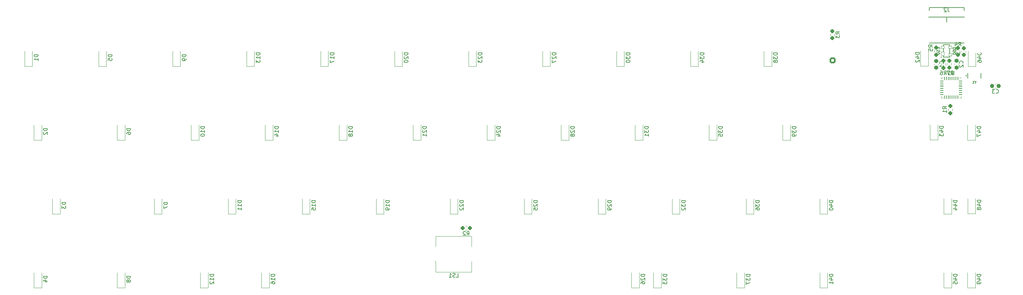
<source format=gbo>
G04 #@! TF.GenerationSoftware,KiCad,Pcbnew,(6.0.1)*
G04 #@! TF.CreationDate,2022-02-08T20:19:43+09:00*
G04 #@! TF.ProjectId,PCB_design_try,5043425f-6465-4736-9967-6e5f7472792e,rev?*
G04 #@! TF.SameCoordinates,Original*
G04 #@! TF.FileFunction,Legend,Bot*
G04 #@! TF.FilePolarity,Positive*
%FSLAX46Y46*%
G04 Gerber Fmt 4.6, Leading zero omitted, Abs format (unit mm)*
G04 Created by KiCad (PCBNEW (6.0.1)) date 2022-02-08 20:19:43*
%MOMM*%
%LPD*%
G01*
G04 APERTURE LIST*
G04 Aperture macros list*
%AMRoundRect*
0 Rectangle with rounded corners*
0 $1 Rounding radius*
0 $2 $3 $4 $5 $6 $7 $8 $9 X,Y pos of 4 corners*
0 Add a 4 corners polygon primitive as box body*
4,1,4,$2,$3,$4,$5,$6,$7,$8,$9,$2,$3,0*
0 Add four circle primitives for the rounded corners*
1,1,$1+$1,$2,$3*
1,1,$1+$1,$4,$5*
1,1,$1+$1,$6,$7*
1,1,$1+$1,$8,$9*
0 Add four rect primitives between the rounded corners*
20,1,$1+$1,$2,$3,$4,$5,0*
20,1,$1+$1,$4,$5,$6,$7,0*
20,1,$1+$1,$6,$7,$8,$9,0*
20,1,$1+$1,$8,$9,$2,$3,0*%
G04 Aperture macros list end*
%ADD10C,0.150000*%
%ADD11C,0.200000*%
%ADD12C,0.127000*%
%ADD13C,0.120000*%
%ADD14C,3.000000*%
%ADD15C,3.987800*%
%ADD16C,1.750000*%
%ADD17R,2.550000X2.500000*%
%ADD18C,3.048000*%
%ADD19R,0.400000X1.900000*%
%ADD20C,0.650000*%
%ADD21O,0.900000X1.700000*%
%ADD22O,0.900000X2.400000*%
%ADD23RoundRect,0.250000X-0.550000X-0.550000X0.550000X-0.550000X0.550000X0.550000X-0.550000X0.550000X0*%
%ADD24C,1.600000*%
%ADD25C,2.000000*%
%ADD26R,2.500000X3.200000*%
%ADD27RoundRect,0.050000X0.350000X-0.500000X0.350000X0.500000X-0.350000X0.500000X-0.350000X-0.500000X0*%
%ADD28RoundRect,0.050000X0.350000X-0.300000X0.350000X0.300000X-0.350000X0.300000X-0.350000X-0.300000X0*%
%ADD29R,1.200000X0.900000*%
%ADD30RoundRect,0.237500X-0.237500X0.250000X-0.237500X-0.250000X0.237500X-0.250000X0.237500X0.250000X0*%
%ADD31RoundRect,0.237500X-0.237500X0.287500X-0.237500X-0.287500X0.237500X-0.287500X0.237500X0.287500X0*%
%ADD32RoundRect,0.237500X0.237500X-0.250000X0.237500X0.250000X-0.237500X0.250000X-0.237500X-0.250000X0*%
%ADD33RoundRect,0.237500X-0.237500X0.300000X-0.237500X-0.300000X0.237500X-0.300000X0.237500X0.300000X0*%
%ADD34RoundRect,0.062500X0.375000X0.062500X-0.375000X0.062500X-0.375000X-0.062500X0.375000X-0.062500X0*%
%ADD35RoundRect,0.062500X0.062500X0.375000X-0.062500X0.375000X-0.062500X-0.375000X0.062500X-0.375000X0*%
%ADD36R,3.100000X3.100000*%
%ADD37RoundRect,0.237500X0.237500X-0.300000X0.237500X0.300000X-0.237500X0.300000X-0.237500X-0.300000X0*%
%ADD38R,1.300000X3.400000*%
%ADD39RoundRect,0.237500X-0.300000X-0.237500X0.300000X-0.237500X0.300000X0.237500X-0.300000X0.237500X0*%
%ADD40RoundRect,0.237500X-0.250000X-0.237500X0.250000X-0.237500X0.250000X0.237500X-0.250000X0.237500X0*%
G04 APERTURE END LIST*
D10*
X267820511Y-36164911D02*
X267820511Y-36469673D01*
X268033845Y-35829673D02*
X267820511Y-36164911D01*
X267607178Y-35829673D01*
X267058607Y-36469673D02*
X267424321Y-36469673D01*
X267241464Y-36469673D02*
X267241464Y-35829673D01*
X267302416Y-35921102D01*
X267363369Y-35982054D01*
X267424321Y-36012530D01*
X260683333Y-16958630D02*
X260683333Y-17672916D01*
X260730952Y-17815773D01*
X260826190Y-17911011D01*
X260969047Y-17958630D01*
X261064285Y-17958630D01*
X260254761Y-17053869D02*
X260207142Y-17006250D01*
X260111904Y-16958630D01*
X259873809Y-16958630D01*
X259778571Y-17006250D01*
X259730952Y-17053869D01*
X259683333Y-17149107D01*
X259683333Y-17244345D01*
X259730952Y-17387202D01*
X260302380Y-17958630D01*
X259683333Y-17958630D01*
X262666666Y-27237500D02*
X261966666Y-27237500D01*
X261966666Y-27404166D01*
X262000000Y-27504166D01*
X262066666Y-27570833D01*
X262133333Y-27604166D01*
X262266666Y-27637500D01*
X262366666Y-27637500D01*
X262500000Y-27604166D01*
X262566666Y-27570833D01*
X262633333Y-27504166D01*
X262666666Y-27404166D01*
X262666666Y-27237500D01*
X261966666Y-28270833D02*
X261966666Y-27937500D01*
X262300000Y-27904166D01*
X262266666Y-27937500D01*
X262233333Y-28004166D01*
X262233333Y-28170833D01*
X262266666Y-28237500D01*
X262300000Y-28270833D01*
X262366666Y-28304166D01*
X262533333Y-28304166D01*
X262600000Y-28270833D01*
X262633333Y-28237500D01*
X262666666Y-28170833D01*
X262666666Y-28004166D01*
X262633333Y-27937500D01*
X262600000Y-27904166D01*
X261966666Y-28737500D02*
X261966666Y-28804166D01*
X262000000Y-28870833D01*
X262033333Y-28904166D01*
X262100000Y-28937500D01*
X262233333Y-28970833D01*
X262400000Y-28970833D01*
X262533333Y-28937500D01*
X262600000Y-28904166D01*
X262633333Y-28870833D01*
X262666666Y-28804166D01*
X262666666Y-28737500D01*
X262633333Y-28670833D01*
X262600000Y-28637500D01*
X262533333Y-28604166D01*
X262400000Y-28570833D01*
X262233333Y-28570833D01*
X262100000Y-28604166D01*
X262033333Y-28637500D01*
X262000000Y-28670833D01*
X261966666Y-28737500D01*
X258200000Y-27254166D02*
X258200000Y-27487500D01*
X258566666Y-27587500D02*
X258566666Y-27254166D01*
X257866666Y-27254166D01*
X257866666Y-27587500D01*
X258533333Y-27854166D02*
X258566666Y-27954166D01*
X258566666Y-28120833D01*
X258533333Y-28187500D01*
X258500000Y-28220833D01*
X258433333Y-28254166D01*
X258366666Y-28254166D01*
X258300000Y-28220833D01*
X258266666Y-28187500D01*
X258233333Y-28120833D01*
X258200000Y-27987500D01*
X258166666Y-27920833D01*
X258133333Y-27887500D01*
X258066666Y-27854166D01*
X258000000Y-27854166D01*
X257933333Y-27887500D01*
X257900000Y-27920833D01*
X257866666Y-27987500D01*
X257866666Y-28154166D01*
X257900000Y-28254166D01*
X258566666Y-28554166D02*
X257866666Y-28554166D01*
X257866666Y-28720833D01*
X257900000Y-28820833D01*
X257966666Y-28887500D01*
X258033333Y-28920833D01*
X258166666Y-28954166D01*
X258266666Y-28954166D01*
X258400000Y-28920833D01*
X258466666Y-28887500D01*
X258533333Y-28820833D01*
X258566666Y-28720833D01*
X258566666Y-28554166D01*
X182633630Y-85715714D02*
X181633630Y-85715714D01*
X181633630Y-85953809D01*
X181681250Y-86096666D01*
X181776488Y-86191904D01*
X181871726Y-86239523D01*
X182062202Y-86287142D01*
X182205059Y-86287142D01*
X182395535Y-86239523D01*
X182490773Y-86191904D01*
X182586011Y-86096666D01*
X182633630Y-85953809D01*
X182633630Y-85715714D01*
X181728869Y-86668095D02*
X181681250Y-86715714D01*
X181633630Y-86810952D01*
X181633630Y-87049047D01*
X181681250Y-87144285D01*
X181728869Y-87191904D01*
X181824107Y-87239523D01*
X181919345Y-87239523D01*
X182062202Y-87191904D01*
X182633630Y-86620476D01*
X182633630Y-87239523D01*
X181633630Y-88096666D02*
X181633630Y-87906190D01*
X181681250Y-87810952D01*
X181728869Y-87763333D01*
X181871726Y-87668095D01*
X182062202Y-87620476D01*
X182443154Y-87620476D01*
X182538392Y-87668095D01*
X182586011Y-87715714D01*
X182633630Y-87810952D01*
X182633630Y-88001428D01*
X182586011Y-88096666D01*
X182538392Y-88144285D01*
X182443154Y-88191904D01*
X182205059Y-88191904D01*
X182109821Y-88144285D01*
X182062202Y-88096666D01*
X182014583Y-88001428D01*
X182014583Y-87810952D01*
X182062202Y-87715714D01*
X182109821Y-87668095D01*
X182205059Y-87620476D01*
X33552380Y-67141904D02*
X32552380Y-67141904D01*
X32552380Y-67380000D01*
X32600000Y-67522857D01*
X32695238Y-67618095D01*
X32790476Y-67665714D01*
X32980952Y-67713333D01*
X33123809Y-67713333D01*
X33314285Y-67665714D01*
X33409523Y-67618095D01*
X33504761Y-67522857D01*
X33552380Y-67380000D01*
X33552380Y-67141904D01*
X32552380Y-68046666D02*
X32552380Y-68665714D01*
X32933333Y-68332380D01*
X32933333Y-68475238D01*
X32980952Y-68570476D01*
X33028571Y-68618095D01*
X33123809Y-68665714D01*
X33361904Y-68665714D01*
X33457142Y-68618095D01*
X33504761Y-68570476D01*
X33552380Y-68475238D01*
X33552380Y-68189523D01*
X33504761Y-68094285D01*
X33457142Y-68046666D01*
X28789880Y-86191904D02*
X27789880Y-86191904D01*
X27789880Y-86430000D01*
X27837500Y-86572857D01*
X27932738Y-86668095D01*
X28027976Y-86715714D01*
X28218452Y-86763333D01*
X28361309Y-86763333D01*
X28551785Y-86715714D01*
X28647023Y-86668095D01*
X28742261Y-86572857D01*
X28789880Y-86430000D01*
X28789880Y-86191904D01*
X28123214Y-87620476D02*
X28789880Y-87620476D01*
X27742261Y-87382380D02*
X28456547Y-87144285D01*
X28456547Y-87763333D01*
X269215880Y-66571964D02*
X268215880Y-66571964D01*
X268215880Y-66810059D01*
X268263500Y-66952916D01*
X268358738Y-67048154D01*
X268453976Y-67095773D01*
X268644452Y-67143392D01*
X268787309Y-67143392D01*
X268977785Y-67095773D01*
X269073023Y-67048154D01*
X269168261Y-66952916D01*
X269215880Y-66810059D01*
X269215880Y-66571964D01*
X268549214Y-68000535D02*
X269215880Y-68000535D01*
X268168261Y-67762440D02*
X268882547Y-67524345D01*
X268882547Y-68143392D01*
X268644452Y-68667202D02*
X268596833Y-68571964D01*
X268549214Y-68524345D01*
X268453976Y-68476726D01*
X268406357Y-68476726D01*
X268311119Y-68524345D01*
X268263500Y-68571964D01*
X268215880Y-68667202D01*
X268215880Y-68857678D01*
X268263500Y-68952916D01*
X268311119Y-69000535D01*
X268406357Y-69048154D01*
X268453976Y-69048154D01*
X268549214Y-69000535D01*
X268596833Y-68952916D01*
X268644452Y-68857678D01*
X268644452Y-68667202D01*
X268692071Y-68571964D01*
X268739690Y-68524345D01*
X268834928Y-68476726D01*
X269025404Y-68476726D01*
X269120642Y-68524345D01*
X269168261Y-68571964D01*
X269215880Y-68667202D01*
X269215880Y-68857678D01*
X269168261Y-68952916D01*
X269120642Y-69000535D01*
X269025404Y-69048154D01*
X268834928Y-69048154D01*
X268739690Y-69000535D01*
X268692071Y-68952916D01*
X268644452Y-68857678D01*
X126421130Y-47615714D02*
X125421130Y-47615714D01*
X125421130Y-47853809D01*
X125468750Y-47996666D01*
X125563988Y-48091904D01*
X125659226Y-48139523D01*
X125849702Y-48187142D01*
X125992559Y-48187142D01*
X126183035Y-48139523D01*
X126278273Y-48091904D01*
X126373511Y-47996666D01*
X126421130Y-47853809D01*
X126421130Y-47615714D01*
X125516369Y-48568095D02*
X125468750Y-48615714D01*
X125421130Y-48710952D01*
X125421130Y-48949047D01*
X125468750Y-49044285D01*
X125516369Y-49091904D01*
X125611607Y-49139523D01*
X125706845Y-49139523D01*
X125849702Y-49091904D01*
X126421130Y-48520476D01*
X126421130Y-49139523D01*
X126421130Y-50091904D02*
X126421130Y-49520476D01*
X126421130Y-49806190D02*
X125421130Y-49806190D01*
X125563988Y-49710952D01*
X125659226Y-49615714D01*
X125706845Y-49520476D01*
X231115880Y-66665714D02*
X230115880Y-66665714D01*
X230115880Y-66903809D01*
X230163500Y-67046666D01*
X230258738Y-67141904D01*
X230353976Y-67189523D01*
X230544452Y-67237142D01*
X230687309Y-67237142D01*
X230877785Y-67189523D01*
X230973023Y-67141904D01*
X231068261Y-67046666D01*
X231115880Y-66903809D01*
X231115880Y-66665714D01*
X230449214Y-68094285D02*
X231115880Y-68094285D01*
X230068261Y-67856190D02*
X230782547Y-67618095D01*
X230782547Y-68237142D01*
X230115880Y-68808571D02*
X230115880Y-68903809D01*
X230163500Y-68999047D01*
X230211119Y-69046666D01*
X230306357Y-69094285D01*
X230496833Y-69141904D01*
X230734928Y-69141904D01*
X230925404Y-69094285D01*
X231020642Y-69046666D01*
X231068261Y-68999047D01*
X231115880Y-68903809D01*
X231115880Y-68808571D01*
X231068261Y-68713333D01*
X231020642Y-68665714D01*
X230925404Y-68618095D01*
X230734928Y-68570476D01*
X230496833Y-68570476D01*
X230306357Y-68618095D01*
X230211119Y-68665714D01*
X230163500Y-68713333D01*
X230115880Y-68808571D01*
X216796630Y-28565714D02*
X215796630Y-28565714D01*
X215796630Y-28803809D01*
X215844250Y-28946666D01*
X215939488Y-29041904D01*
X216034726Y-29089523D01*
X216225202Y-29137142D01*
X216368059Y-29137142D01*
X216558535Y-29089523D01*
X216653773Y-29041904D01*
X216749011Y-28946666D01*
X216796630Y-28803809D01*
X216796630Y-28565714D01*
X215796630Y-29470476D02*
X215796630Y-30089523D01*
X216177583Y-29756190D01*
X216177583Y-29899047D01*
X216225202Y-29994285D01*
X216272821Y-30041904D01*
X216368059Y-30089523D01*
X216606154Y-30089523D01*
X216701392Y-30041904D01*
X216749011Y-29994285D01*
X216796630Y-29899047D01*
X216796630Y-29613333D01*
X216749011Y-29518095D01*
X216701392Y-29470476D01*
X216225202Y-30660952D02*
X216177583Y-30565714D01*
X216129964Y-30518095D01*
X216034726Y-30470476D01*
X215987107Y-30470476D01*
X215891869Y-30518095D01*
X215844250Y-30565714D01*
X215796630Y-30660952D01*
X215796630Y-30851428D01*
X215844250Y-30946666D01*
X215891869Y-30994285D01*
X215987107Y-31041904D01*
X216034726Y-31041904D01*
X216129964Y-30994285D01*
X216177583Y-30946666D01*
X216225202Y-30851428D01*
X216225202Y-30660952D01*
X216272821Y-30565714D01*
X216320440Y-30518095D01*
X216415678Y-30470476D01*
X216606154Y-30470476D01*
X216701392Y-30518095D01*
X216749011Y-30565714D01*
X216796630Y-30660952D01*
X216796630Y-30851428D01*
X216749011Y-30946666D01*
X216701392Y-30994285D01*
X216606154Y-31041904D01*
X216415678Y-31041904D01*
X216320440Y-30994285D01*
X216272821Y-30946666D01*
X216225202Y-30851428D01*
X178808630Y-28565714D02*
X177808630Y-28565714D01*
X177808630Y-28803809D01*
X177856250Y-28946666D01*
X177951488Y-29041904D01*
X178046726Y-29089523D01*
X178237202Y-29137142D01*
X178380059Y-29137142D01*
X178570535Y-29089523D01*
X178665773Y-29041904D01*
X178761011Y-28946666D01*
X178808630Y-28803809D01*
X178808630Y-28565714D01*
X177808630Y-29470476D02*
X177808630Y-30089523D01*
X178189583Y-29756190D01*
X178189583Y-29899047D01*
X178237202Y-29994285D01*
X178284821Y-30041904D01*
X178380059Y-30089523D01*
X178618154Y-30089523D01*
X178713392Y-30041904D01*
X178761011Y-29994285D01*
X178808630Y-29899047D01*
X178808630Y-29613333D01*
X178761011Y-29518095D01*
X178713392Y-29470476D01*
X177808630Y-30708571D02*
X177808630Y-30803809D01*
X177856250Y-30899047D01*
X177903869Y-30946666D01*
X177999107Y-30994285D01*
X178189583Y-31041904D01*
X178427678Y-31041904D01*
X178618154Y-30994285D01*
X178713392Y-30946666D01*
X178761011Y-30899047D01*
X178808630Y-30803809D01*
X178808630Y-30708571D01*
X178761011Y-30613333D01*
X178713392Y-30565714D01*
X178618154Y-30518095D01*
X178427678Y-30470476D01*
X178189583Y-30470476D01*
X177999107Y-30518095D01*
X177903869Y-30565714D01*
X177856250Y-30613333D01*
X177808630Y-30708571D01*
X231115880Y-85715714D02*
X230115880Y-85715714D01*
X230115880Y-85953809D01*
X230163500Y-86096666D01*
X230258738Y-86191904D01*
X230353976Y-86239523D01*
X230544452Y-86287142D01*
X230687309Y-86287142D01*
X230877785Y-86239523D01*
X230973023Y-86191904D01*
X231068261Y-86096666D01*
X231115880Y-85953809D01*
X231115880Y-85715714D01*
X230449214Y-87144285D02*
X231115880Y-87144285D01*
X230068261Y-86906190D02*
X230782547Y-86668095D01*
X230782547Y-87287142D01*
X231115880Y-88191904D02*
X231115880Y-87620476D01*
X231115880Y-87906190D02*
X230115880Y-87906190D01*
X230258738Y-87810952D01*
X230353976Y-87715714D01*
X230401595Y-87620476D01*
X263437916Y-26823630D02*
X263771250Y-26347440D01*
X264009345Y-26823630D02*
X264009345Y-25823630D01*
X263628392Y-25823630D01*
X263533154Y-25871250D01*
X263485535Y-25918869D01*
X263437916Y-26014107D01*
X263437916Y-26156964D01*
X263485535Y-26252202D01*
X263533154Y-26299821D01*
X263628392Y-26347440D01*
X264009345Y-26347440D01*
X262580773Y-26156964D02*
X262580773Y-26823630D01*
X262818869Y-25776011D02*
X263056964Y-26490297D01*
X262437916Y-26490297D01*
X87383630Y-85715714D02*
X86383630Y-85715714D01*
X86383630Y-85953809D01*
X86431250Y-86096666D01*
X86526488Y-86191904D01*
X86621726Y-86239523D01*
X86812202Y-86287142D01*
X86955059Y-86287142D01*
X87145535Y-86239523D01*
X87240773Y-86191904D01*
X87336011Y-86096666D01*
X87383630Y-85953809D01*
X87383630Y-85715714D01*
X87383630Y-87239523D02*
X87383630Y-86668095D01*
X87383630Y-86953809D02*
X86383630Y-86953809D01*
X86526488Y-86858571D01*
X86621726Y-86763333D01*
X86669345Y-86668095D01*
X86383630Y-88096666D02*
X86383630Y-87906190D01*
X86431250Y-87810952D01*
X86478869Y-87763333D01*
X86621726Y-87668095D01*
X86812202Y-87620476D01*
X87193154Y-87620476D01*
X87288392Y-87668095D01*
X87336011Y-87715714D01*
X87383630Y-87810952D01*
X87383630Y-88001428D01*
X87336011Y-88096666D01*
X87288392Y-88144285D01*
X87193154Y-88191904D01*
X86955059Y-88191904D01*
X86859821Y-88144285D01*
X86812202Y-88096666D01*
X86764583Y-88001428D01*
X86764583Y-87810952D01*
X86812202Y-87715714D01*
X86859821Y-87668095D01*
X86955059Y-87620476D01*
X260338630Y-43037083D02*
X259862440Y-42703750D01*
X260338630Y-42465654D02*
X259338630Y-42465654D01*
X259338630Y-42846607D01*
X259386250Y-42941845D01*
X259433869Y-42989464D01*
X259529107Y-43037083D01*
X259671964Y-43037083D01*
X259767202Y-42989464D01*
X259814821Y-42941845D01*
X259862440Y-42846607D01*
X259862440Y-42465654D01*
X260338630Y-43989464D02*
X260338630Y-43418035D01*
X260338630Y-43703750D02*
X259338630Y-43703750D01*
X259481488Y-43608511D01*
X259576726Y-43513273D01*
X259624345Y-43418035D01*
X212146130Y-66665714D02*
X211146130Y-66665714D01*
X211146130Y-66903809D01*
X211193750Y-67046666D01*
X211288988Y-67141904D01*
X211384226Y-67189523D01*
X211574702Y-67237142D01*
X211717559Y-67237142D01*
X211908035Y-67189523D01*
X212003273Y-67141904D01*
X212098511Y-67046666D01*
X212146130Y-66903809D01*
X212146130Y-66665714D01*
X211146130Y-67570476D02*
X211146130Y-68189523D01*
X211527083Y-67856190D01*
X211527083Y-67999047D01*
X211574702Y-68094285D01*
X211622321Y-68141904D01*
X211717559Y-68189523D01*
X211955654Y-68189523D01*
X212050892Y-68141904D01*
X212098511Y-68094285D01*
X212146130Y-67999047D01*
X212146130Y-67713333D01*
X212098511Y-67618095D01*
X212050892Y-67570476D01*
X211146130Y-69046666D02*
X211146130Y-68856190D01*
X211193750Y-68760952D01*
X211241369Y-68713333D01*
X211384226Y-68618095D01*
X211574702Y-68570476D01*
X211955654Y-68570476D01*
X212050892Y-68618095D01*
X212098511Y-68665714D01*
X212146130Y-68760952D01*
X212146130Y-68951428D01*
X212098511Y-69046666D01*
X212050892Y-69094285D01*
X211955654Y-69141904D01*
X211717559Y-69141904D01*
X211622321Y-69094285D01*
X211574702Y-69046666D01*
X211527083Y-68951428D01*
X211527083Y-68760952D01*
X211574702Y-68665714D01*
X211622321Y-68618095D01*
X211717559Y-68570476D01*
X69271130Y-47615714D02*
X68271130Y-47615714D01*
X68271130Y-47853809D01*
X68318750Y-47996666D01*
X68413988Y-48091904D01*
X68509226Y-48139523D01*
X68699702Y-48187142D01*
X68842559Y-48187142D01*
X69033035Y-48139523D01*
X69128273Y-48091904D01*
X69223511Y-47996666D01*
X69271130Y-47853809D01*
X69271130Y-47615714D01*
X69271130Y-49139523D02*
X69271130Y-48568095D01*
X69271130Y-48853809D02*
X68271130Y-48853809D01*
X68413988Y-48758571D01*
X68509226Y-48663333D01*
X68556845Y-48568095D01*
X68271130Y-49758571D02*
X68271130Y-49853809D01*
X68318750Y-49949047D01*
X68366369Y-49996666D01*
X68461607Y-50044285D01*
X68652083Y-50091904D01*
X68890178Y-50091904D01*
X69080654Y-50044285D01*
X69175892Y-49996666D01*
X69223511Y-49949047D01*
X69271130Y-49853809D01*
X69271130Y-49758571D01*
X69223511Y-49663333D01*
X69175892Y-49615714D01*
X69080654Y-49568095D01*
X68890178Y-49520476D01*
X68652083Y-49520476D01*
X68461607Y-49568095D01*
X68366369Y-49615714D01*
X68318750Y-49663333D01*
X68271130Y-49758571D01*
X259666666Y-34239880D02*
X260000000Y-33763690D01*
X260238095Y-34239880D02*
X260238095Y-33239880D01*
X259857142Y-33239880D01*
X259761904Y-33287500D01*
X259714285Y-33335119D01*
X259666666Y-33430357D01*
X259666666Y-33573214D01*
X259714285Y-33668452D01*
X259761904Y-33716071D01*
X259857142Y-33763690D01*
X260238095Y-33763690D01*
X258809523Y-33239880D02*
X259000000Y-33239880D01*
X259095238Y-33287500D01*
X259142857Y-33335119D01*
X259238095Y-33477976D01*
X259285714Y-33668452D01*
X259285714Y-34049404D01*
X259238095Y-34144642D01*
X259190476Y-34192261D01*
X259095238Y-34239880D01*
X258904761Y-34239880D01*
X258809523Y-34192261D01*
X258761904Y-34144642D01*
X258714285Y-34049404D01*
X258714285Y-33811309D01*
X258761904Y-33716071D01*
X258809523Y-33668452D01*
X258904761Y-33620833D01*
X259095238Y-33620833D01*
X259190476Y-33668452D01*
X259238095Y-33716071D01*
X259285714Y-33811309D01*
X50221130Y-86191904D02*
X49221130Y-86191904D01*
X49221130Y-86430000D01*
X49268750Y-86572857D01*
X49363988Y-86668095D01*
X49459226Y-86715714D01*
X49649702Y-86763333D01*
X49792559Y-86763333D01*
X49983035Y-86715714D01*
X50078273Y-86668095D01*
X50173511Y-86572857D01*
X50221130Y-86430000D01*
X50221130Y-86191904D01*
X49649702Y-87334761D02*
X49602083Y-87239523D01*
X49554464Y-87191904D01*
X49459226Y-87144285D01*
X49411607Y-87144285D01*
X49316369Y-87191904D01*
X49268750Y-87239523D01*
X49221130Y-87334761D01*
X49221130Y-87525238D01*
X49268750Y-87620476D01*
X49316369Y-87668095D01*
X49411607Y-87715714D01*
X49459226Y-87715714D01*
X49554464Y-87668095D01*
X49602083Y-87620476D01*
X49649702Y-87525238D01*
X49649702Y-87334761D01*
X49697321Y-87239523D01*
X49744940Y-87191904D01*
X49840178Y-87144285D01*
X50030654Y-87144285D01*
X50125892Y-87191904D01*
X50173511Y-87239523D01*
X50221130Y-87334761D01*
X50221130Y-87525238D01*
X50173511Y-87620476D01*
X50125892Y-87668095D01*
X50030654Y-87715714D01*
X49840178Y-87715714D01*
X49744940Y-87668095D01*
X49697321Y-87620476D01*
X49649702Y-87525238D01*
X97846130Y-66665714D02*
X96846130Y-66665714D01*
X96846130Y-66903809D01*
X96893750Y-67046666D01*
X96988988Y-67141904D01*
X97084226Y-67189523D01*
X97274702Y-67237142D01*
X97417559Y-67237142D01*
X97608035Y-67189523D01*
X97703273Y-67141904D01*
X97798511Y-67046666D01*
X97846130Y-66903809D01*
X97846130Y-66665714D01*
X97846130Y-68189523D02*
X97846130Y-67618095D01*
X97846130Y-67903809D02*
X96846130Y-67903809D01*
X96988988Y-67808571D01*
X97084226Y-67713333D01*
X97131845Y-67618095D01*
X96846130Y-69094285D02*
X96846130Y-68618095D01*
X97322321Y-68570476D01*
X97274702Y-68618095D01*
X97227083Y-68713333D01*
X97227083Y-68951428D01*
X97274702Y-69046666D01*
X97322321Y-69094285D01*
X97417559Y-69141904D01*
X97655654Y-69141904D01*
X97750892Y-69094285D01*
X97798511Y-69046666D01*
X97846130Y-68951428D01*
X97846130Y-68713333D01*
X97798511Y-68618095D01*
X97750892Y-68570476D01*
X263088130Y-85715714D02*
X262088130Y-85715714D01*
X262088130Y-85953809D01*
X262135750Y-86096666D01*
X262230988Y-86191904D01*
X262326226Y-86239523D01*
X262516702Y-86287142D01*
X262659559Y-86287142D01*
X262850035Y-86239523D01*
X262945273Y-86191904D01*
X263040511Y-86096666D01*
X263088130Y-85953809D01*
X263088130Y-85715714D01*
X262421464Y-87144285D02*
X263088130Y-87144285D01*
X262040511Y-86906190D02*
X262754797Y-86668095D01*
X262754797Y-87287142D01*
X262088130Y-88144285D02*
X262088130Y-87668095D01*
X262564321Y-87620476D01*
X262516702Y-87668095D01*
X262469083Y-87763333D01*
X262469083Y-88001428D01*
X262516702Y-88096666D01*
X262564321Y-88144285D01*
X262659559Y-88191904D01*
X262897654Y-88191904D01*
X262992892Y-88144285D01*
X263040511Y-88096666D01*
X263088130Y-88001428D01*
X263088130Y-87763333D01*
X263040511Y-87668095D01*
X262992892Y-87620476D01*
X263239821Y-27885416D02*
X263239821Y-27552083D01*
X263763630Y-27552083D02*
X262763630Y-27552083D01*
X262763630Y-28028273D01*
X263763630Y-28933035D02*
X263763630Y-28361607D01*
X263763630Y-28647321D02*
X262763630Y-28647321D01*
X262906488Y-28552083D01*
X263001726Y-28456845D01*
X263049345Y-28361607D01*
X71652380Y-85715714D02*
X70652380Y-85715714D01*
X70652380Y-85953809D01*
X70700000Y-86096666D01*
X70795238Y-86191904D01*
X70890476Y-86239523D01*
X71080952Y-86287142D01*
X71223809Y-86287142D01*
X71414285Y-86239523D01*
X71509523Y-86191904D01*
X71604761Y-86096666D01*
X71652380Y-85953809D01*
X71652380Y-85715714D01*
X71652380Y-87239523D02*
X71652380Y-86668095D01*
X71652380Y-86953809D02*
X70652380Y-86953809D01*
X70795238Y-86858571D01*
X70890476Y-86763333D01*
X70938095Y-86668095D01*
X70747619Y-87620476D02*
X70700000Y-87668095D01*
X70652380Y-87763333D01*
X70652380Y-88001428D01*
X70700000Y-88096666D01*
X70747619Y-88144285D01*
X70842857Y-88191904D01*
X70938095Y-88191904D01*
X71080952Y-88144285D01*
X71652380Y-87572857D01*
X71652380Y-88191904D01*
X159758630Y-28565714D02*
X158758630Y-28565714D01*
X158758630Y-28803809D01*
X158806250Y-28946666D01*
X158901488Y-29041904D01*
X158996726Y-29089523D01*
X159187202Y-29137142D01*
X159330059Y-29137142D01*
X159520535Y-29089523D01*
X159615773Y-29041904D01*
X159711011Y-28946666D01*
X159758630Y-28803809D01*
X159758630Y-28565714D01*
X158853869Y-29518095D02*
X158806250Y-29565714D01*
X158758630Y-29660952D01*
X158758630Y-29899047D01*
X158806250Y-29994285D01*
X158853869Y-30041904D01*
X158949107Y-30089523D01*
X159044345Y-30089523D01*
X159187202Y-30041904D01*
X159758630Y-29470476D01*
X159758630Y-30089523D01*
X158758630Y-30422857D02*
X158758630Y-31089523D01*
X159758630Y-30660952D01*
X174046130Y-66665714D02*
X173046130Y-66665714D01*
X173046130Y-66903809D01*
X173093750Y-67046666D01*
X173188988Y-67141904D01*
X173284226Y-67189523D01*
X173474702Y-67237142D01*
X173617559Y-67237142D01*
X173808035Y-67189523D01*
X173903273Y-67141904D01*
X173998511Y-67046666D01*
X174046130Y-66903809D01*
X174046130Y-66665714D01*
X173141369Y-67618095D02*
X173093750Y-67665714D01*
X173046130Y-67760952D01*
X173046130Y-67999047D01*
X173093750Y-68094285D01*
X173141369Y-68141904D01*
X173236607Y-68189523D01*
X173331845Y-68189523D01*
X173474702Y-68141904D01*
X174046130Y-67570476D01*
X174046130Y-68189523D01*
X174046130Y-68665714D02*
X174046130Y-68856190D01*
X173998511Y-68951428D01*
X173950892Y-68999047D01*
X173808035Y-69094285D01*
X173617559Y-69141904D01*
X173236607Y-69141904D01*
X173141369Y-69094285D01*
X173093750Y-69046666D01*
X173046130Y-68951428D01*
X173046130Y-68760952D01*
X173093750Y-68665714D01*
X173141369Y-68618095D01*
X173236607Y-68570476D01*
X173474702Y-68570476D01*
X173569940Y-68618095D01*
X173617559Y-68665714D01*
X173665178Y-68760952D01*
X173665178Y-68951428D01*
X173617559Y-69046666D01*
X173569940Y-69094285D01*
X173474702Y-69141904D01*
X232818630Y-23707083D02*
X232342440Y-23373750D01*
X232818630Y-23135654D02*
X231818630Y-23135654D01*
X231818630Y-23516607D01*
X231866250Y-23611845D01*
X231913869Y-23659464D01*
X232009107Y-23707083D01*
X232151964Y-23707083D01*
X232247202Y-23659464D01*
X232294821Y-23611845D01*
X232342440Y-23516607D01*
X232342440Y-23135654D01*
X231818630Y-24040416D02*
X231818630Y-24659464D01*
X232199583Y-24326130D01*
X232199583Y-24468988D01*
X232247202Y-24564226D01*
X232294821Y-24611845D01*
X232390059Y-24659464D01*
X232628154Y-24659464D01*
X232723392Y-24611845D01*
X232771011Y-24564226D01*
X232818630Y-24468988D01*
X232818630Y-24183273D01*
X232771011Y-24088035D01*
X232723392Y-24040416D01*
X263088130Y-66634464D02*
X262088130Y-66634464D01*
X262088130Y-66872559D01*
X262135750Y-67015416D01*
X262230988Y-67110654D01*
X262326226Y-67158273D01*
X262516702Y-67205892D01*
X262659559Y-67205892D01*
X262850035Y-67158273D01*
X262945273Y-67110654D01*
X263040511Y-67015416D01*
X263088130Y-66872559D01*
X263088130Y-66634464D01*
X262421464Y-68063035D02*
X263088130Y-68063035D01*
X262040511Y-67824940D02*
X262754797Y-67586845D01*
X262754797Y-68205892D01*
X262421464Y-69015416D02*
X263088130Y-69015416D01*
X262040511Y-68777321D02*
X262754797Y-68539226D01*
X262754797Y-69158273D01*
X197858630Y-28565714D02*
X196858630Y-28565714D01*
X196858630Y-28803809D01*
X196906250Y-28946666D01*
X197001488Y-29041904D01*
X197096726Y-29089523D01*
X197287202Y-29137142D01*
X197430059Y-29137142D01*
X197620535Y-29089523D01*
X197715773Y-29041904D01*
X197811011Y-28946666D01*
X197858630Y-28803809D01*
X197858630Y-28565714D01*
X196858630Y-29470476D02*
X196858630Y-30089523D01*
X197239583Y-29756190D01*
X197239583Y-29899047D01*
X197287202Y-29994285D01*
X197334821Y-30041904D01*
X197430059Y-30089523D01*
X197668154Y-30089523D01*
X197763392Y-30041904D01*
X197811011Y-29994285D01*
X197858630Y-29899047D01*
X197858630Y-29613333D01*
X197811011Y-29518095D01*
X197763392Y-29470476D01*
X197191964Y-30946666D02*
X197858630Y-30946666D01*
X196811011Y-30708571D02*
X197525297Y-30470476D01*
X197525297Y-31089523D01*
X209764880Y-85715714D02*
X208764880Y-85715714D01*
X208764880Y-85953809D01*
X208812500Y-86096666D01*
X208907738Y-86191904D01*
X209002976Y-86239523D01*
X209193452Y-86287142D01*
X209336309Y-86287142D01*
X209526785Y-86239523D01*
X209622023Y-86191904D01*
X209717261Y-86096666D01*
X209764880Y-85953809D01*
X209764880Y-85715714D01*
X208764880Y-86620476D02*
X208764880Y-87239523D01*
X209145833Y-86906190D01*
X209145833Y-87049047D01*
X209193452Y-87144285D01*
X209241071Y-87191904D01*
X209336309Y-87239523D01*
X209574404Y-87239523D01*
X209669642Y-87191904D01*
X209717261Y-87144285D01*
X209764880Y-87049047D01*
X209764880Y-86763333D01*
X209717261Y-86668095D01*
X209669642Y-86620476D01*
X208764880Y-87572857D02*
X208764880Y-88239523D01*
X209764880Y-87810952D01*
X253343630Y-28504464D02*
X252343630Y-28504464D01*
X252343630Y-28742559D01*
X252391250Y-28885416D01*
X252486488Y-28980654D01*
X252581726Y-29028273D01*
X252772202Y-29075892D01*
X252915059Y-29075892D01*
X253105535Y-29028273D01*
X253200773Y-28980654D01*
X253296011Y-28885416D01*
X253343630Y-28742559D01*
X253343630Y-28504464D01*
X252676964Y-29933035D02*
X253343630Y-29933035D01*
X252296011Y-29694940D02*
X253010297Y-29456845D01*
X253010297Y-30075892D01*
X252438869Y-30409226D02*
X252391250Y-30456845D01*
X252343630Y-30552083D01*
X252343630Y-30790178D01*
X252391250Y-30885416D01*
X252438869Y-30933035D01*
X252534107Y-30980654D01*
X252629345Y-30980654D01*
X252772202Y-30933035D01*
X253343630Y-30361607D01*
X253343630Y-30980654D01*
X202621130Y-47615714D02*
X201621130Y-47615714D01*
X201621130Y-47853809D01*
X201668750Y-47996666D01*
X201763988Y-48091904D01*
X201859226Y-48139523D01*
X202049702Y-48187142D01*
X202192559Y-48187142D01*
X202383035Y-48139523D01*
X202478273Y-48091904D01*
X202573511Y-47996666D01*
X202621130Y-47853809D01*
X202621130Y-47615714D01*
X201621130Y-48520476D02*
X201621130Y-49139523D01*
X202002083Y-48806190D01*
X202002083Y-48949047D01*
X202049702Y-49044285D01*
X202097321Y-49091904D01*
X202192559Y-49139523D01*
X202430654Y-49139523D01*
X202525892Y-49091904D01*
X202573511Y-49044285D01*
X202621130Y-48949047D01*
X202621130Y-48663333D01*
X202573511Y-48568095D01*
X202525892Y-48520476D01*
X201621130Y-50044285D02*
X201621130Y-49568095D01*
X202097321Y-49520476D01*
X202049702Y-49568095D01*
X202002083Y-49663333D01*
X202002083Y-49901428D01*
X202049702Y-49996666D01*
X202097321Y-50044285D01*
X202192559Y-50091904D01*
X202430654Y-50091904D01*
X202525892Y-50044285D01*
X202573511Y-49996666D01*
X202621130Y-49901428D01*
X202621130Y-49663333D01*
X202573511Y-49568095D01*
X202525892Y-49520476D01*
X264507142Y-31312083D02*
X264554761Y-31264464D01*
X264602380Y-31121607D01*
X264602380Y-31026369D01*
X264554761Y-30883511D01*
X264459523Y-30788273D01*
X264364285Y-30740654D01*
X264173809Y-30693035D01*
X264030952Y-30693035D01*
X263840476Y-30740654D01*
X263745238Y-30788273D01*
X263650000Y-30883511D01*
X263602380Y-31026369D01*
X263602380Y-31121607D01*
X263650000Y-31264464D01*
X263697619Y-31312083D01*
X263697619Y-31693035D02*
X263650000Y-31740654D01*
X263602380Y-31835892D01*
X263602380Y-32073988D01*
X263650000Y-32169226D01*
X263697619Y-32216845D01*
X263792857Y-32264464D01*
X263888095Y-32264464D01*
X264030952Y-32216845D01*
X264602380Y-31645416D01*
X264602380Y-32264464D01*
X26408630Y-29041904D02*
X25408630Y-29041904D01*
X25408630Y-29280000D01*
X25456250Y-29422857D01*
X25551488Y-29518095D01*
X25646726Y-29565714D01*
X25837202Y-29613333D01*
X25980059Y-29613333D01*
X26170535Y-29565714D01*
X26265773Y-29518095D01*
X26361011Y-29422857D01*
X26408630Y-29280000D01*
X26408630Y-29041904D01*
X26408630Y-30565714D02*
X26408630Y-29994285D01*
X26408630Y-30280000D02*
X25408630Y-30280000D01*
X25551488Y-30184761D01*
X25646726Y-30089523D01*
X25694345Y-29994285D01*
X116896130Y-66665714D02*
X115896130Y-66665714D01*
X115896130Y-66903809D01*
X115943750Y-67046666D01*
X116038988Y-67141904D01*
X116134226Y-67189523D01*
X116324702Y-67237142D01*
X116467559Y-67237142D01*
X116658035Y-67189523D01*
X116753273Y-67141904D01*
X116848511Y-67046666D01*
X116896130Y-66903809D01*
X116896130Y-66665714D01*
X116896130Y-68189523D02*
X116896130Y-67618095D01*
X116896130Y-67903809D02*
X115896130Y-67903809D01*
X116038988Y-67808571D01*
X116134226Y-67713333D01*
X116181845Y-67618095D01*
X116896130Y-68665714D02*
X116896130Y-68856190D01*
X116848511Y-68951428D01*
X116800892Y-68999047D01*
X116658035Y-69094285D01*
X116467559Y-69141904D01*
X116086607Y-69141904D01*
X115991369Y-69094285D01*
X115943750Y-69046666D01*
X115896130Y-68951428D01*
X115896130Y-68760952D01*
X115943750Y-68665714D01*
X115991369Y-68618095D01*
X116086607Y-68570476D01*
X116324702Y-68570476D01*
X116419940Y-68618095D01*
X116467559Y-68665714D01*
X116515178Y-68760952D01*
X116515178Y-68951428D01*
X116467559Y-69046666D01*
X116419940Y-69094285D01*
X116324702Y-69141904D01*
X102608630Y-28565714D02*
X101608630Y-28565714D01*
X101608630Y-28803809D01*
X101656250Y-28946666D01*
X101751488Y-29041904D01*
X101846726Y-29089523D01*
X102037202Y-29137142D01*
X102180059Y-29137142D01*
X102370535Y-29089523D01*
X102465773Y-29041904D01*
X102561011Y-28946666D01*
X102608630Y-28803809D01*
X102608630Y-28565714D01*
X102608630Y-30089523D02*
X102608630Y-29518095D01*
X102608630Y-29803809D02*
X101608630Y-29803809D01*
X101751488Y-29708571D01*
X101846726Y-29613333D01*
X101894345Y-29518095D01*
X101608630Y-30422857D02*
X101608630Y-31089523D01*
X102608630Y-30660952D01*
X59746130Y-67141904D02*
X58746130Y-67141904D01*
X58746130Y-67380000D01*
X58793750Y-67522857D01*
X58888988Y-67618095D01*
X58984226Y-67665714D01*
X59174702Y-67713333D01*
X59317559Y-67713333D01*
X59508035Y-67665714D01*
X59603273Y-67618095D01*
X59698511Y-67522857D01*
X59746130Y-67380000D01*
X59746130Y-67141904D01*
X58746130Y-68046666D02*
X58746130Y-68713333D01*
X59746130Y-68284761D01*
X221590880Y-47615714D02*
X220590880Y-47615714D01*
X220590880Y-47853809D01*
X220638500Y-47996666D01*
X220733738Y-48091904D01*
X220828976Y-48139523D01*
X221019452Y-48187142D01*
X221162309Y-48187142D01*
X221352785Y-48139523D01*
X221448023Y-48091904D01*
X221543261Y-47996666D01*
X221590880Y-47853809D01*
X221590880Y-47615714D01*
X220590880Y-48520476D02*
X220590880Y-49139523D01*
X220971833Y-48806190D01*
X220971833Y-48949047D01*
X221019452Y-49044285D01*
X221067071Y-49091904D01*
X221162309Y-49139523D01*
X221400404Y-49139523D01*
X221495642Y-49091904D01*
X221543261Y-49044285D01*
X221590880Y-48949047D01*
X221590880Y-48663333D01*
X221543261Y-48568095D01*
X221495642Y-48520476D01*
X221590880Y-49615714D02*
X221590880Y-49806190D01*
X221543261Y-49901428D01*
X221495642Y-49949047D01*
X221352785Y-50044285D01*
X221162309Y-50091904D01*
X220781357Y-50091904D01*
X220686119Y-50044285D01*
X220638500Y-49996666D01*
X220590880Y-49901428D01*
X220590880Y-49710952D01*
X220638500Y-49615714D01*
X220686119Y-49568095D01*
X220781357Y-49520476D01*
X221019452Y-49520476D01*
X221114690Y-49568095D01*
X221162309Y-49615714D01*
X221209928Y-49710952D01*
X221209928Y-49901428D01*
X221162309Y-49996666D01*
X221114690Y-50044285D01*
X221019452Y-50091904D01*
X78796130Y-66665714D02*
X77796130Y-66665714D01*
X77796130Y-66903809D01*
X77843750Y-67046666D01*
X77938988Y-67141904D01*
X78034226Y-67189523D01*
X78224702Y-67237142D01*
X78367559Y-67237142D01*
X78558035Y-67189523D01*
X78653273Y-67141904D01*
X78748511Y-67046666D01*
X78796130Y-66903809D01*
X78796130Y-66665714D01*
X78796130Y-68189523D02*
X78796130Y-67618095D01*
X78796130Y-67903809D02*
X77796130Y-67903809D01*
X77938988Y-67808571D01*
X78034226Y-67713333D01*
X78081845Y-67618095D01*
X78796130Y-69141904D02*
X78796130Y-68570476D01*
X78796130Y-68856190D02*
X77796130Y-68856190D01*
X77938988Y-68760952D01*
X78034226Y-68665714D01*
X78081845Y-68570476D01*
X121658630Y-28565714D02*
X120658630Y-28565714D01*
X120658630Y-28803809D01*
X120706250Y-28946666D01*
X120801488Y-29041904D01*
X120896726Y-29089523D01*
X121087202Y-29137142D01*
X121230059Y-29137142D01*
X121420535Y-29089523D01*
X121515773Y-29041904D01*
X121611011Y-28946666D01*
X121658630Y-28803809D01*
X121658630Y-28565714D01*
X120753869Y-29518095D02*
X120706250Y-29565714D01*
X120658630Y-29660952D01*
X120658630Y-29899047D01*
X120706250Y-29994285D01*
X120753869Y-30041904D01*
X120849107Y-30089523D01*
X120944345Y-30089523D01*
X121087202Y-30041904D01*
X121658630Y-29470476D01*
X121658630Y-30089523D01*
X120658630Y-30708571D02*
X120658630Y-30803809D01*
X120706250Y-30899047D01*
X120753869Y-30946666D01*
X120849107Y-30994285D01*
X121039583Y-31041904D01*
X121277678Y-31041904D01*
X121468154Y-30994285D01*
X121563392Y-30946666D01*
X121611011Y-30899047D01*
X121658630Y-30803809D01*
X121658630Y-30708571D01*
X121611011Y-30613333D01*
X121563392Y-30565714D01*
X121468154Y-30518095D01*
X121277678Y-30470476D01*
X121039583Y-30470476D01*
X120849107Y-30518095D01*
X120753869Y-30565714D01*
X120706250Y-30613333D01*
X120658630Y-30708571D01*
X45458630Y-29041904D02*
X44458630Y-29041904D01*
X44458630Y-29280000D01*
X44506250Y-29422857D01*
X44601488Y-29518095D01*
X44696726Y-29565714D01*
X44887202Y-29613333D01*
X45030059Y-29613333D01*
X45220535Y-29565714D01*
X45315773Y-29518095D01*
X45411011Y-29422857D01*
X45458630Y-29280000D01*
X45458630Y-29041904D01*
X44458630Y-30518095D02*
X44458630Y-30041904D01*
X44934821Y-29994285D01*
X44887202Y-30041904D01*
X44839583Y-30137142D01*
X44839583Y-30375238D01*
X44887202Y-30470476D01*
X44934821Y-30518095D01*
X45030059Y-30565714D01*
X45268154Y-30565714D01*
X45363392Y-30518095D01*
X45411011Y-30470476D01*
X45458630Y-30375238D01*
X45458630Y-30137142D01*
X45411011Y-30041904D01*
X45363392Y-29994285D01*
X140708630Y-28565714D02*
X139708630Y-28565714D01*
X139708630Y-28803809D01*
X139756250Y-28946666D01*
X139851488Y-29041904D01*
X139946726Y-29089523D01*
X140137202Y-29137142D01*
X140280059Y-29137142D01*
X140470535Y-29089523D01*
X140565773Y-29041904D01*
X140661011Y-28946666D01*
X140708630Y-28803809D01*
X140708630Y-28565714D01*
X139803869Y-29518095D02*
X139756250Y-29565714D01*
X139708630Y-29660952D01*
X139708630Y-29899047D01*
X139756250Y-29994285D01*
X139803869Y-30041904D01*
X139899107Y-30089523D01*
X139994345Y-30089523D01*
X140137202Y-30041904D01*
X140708630Y-29470476D01*
X140708630Y-30089523D01*
X139708630Y-30422857D02*
X139708630Y-31041904D01*
X140089583Y-30708571D01*
X140089583Y-30851428D01*
X140137202Y-30946666D01*
X140184821Y-30994285D01*
X140280059Y-31041904D01*
X140518154Y-31041904D01*
X140613392Y-30994285D01*
X140661011Y-30946666D01*
X140708630Y-30851428D01*
X140708630Y-30565714D01*
X140661011Y-30470476D01*
X140613392Y-30422857D01*
X188333630Y-85715714D02*
X187333630Y-85715714D01*
X187333630Y-85953809D01*
X187381250Y-86096666D01*
X187476488Y-86191904D01*
X187571726Y-86239523D01*
X187762202Y-86287142D01*
X187905059Y-86287142D01*
X188095535Y-86239523D01*
X188190773Y-86191904D01*
X188286011Y-86096666D01*
X188333630Y-85953809D01*
X188333630Y-85715714D01*
X187333630Y-86620476D02*
X187333630Y-87239523D01*
X187714583Y-86906190D01*
X187714583Y-87049047D01*
X187762202Y-87144285D01*
X187809821Y-87191904D01*
X187905059Y-87239523D01*
X188143154Y-87239523D01*
X188238392Y-87191904D01*
X188286011Y-87144285D01*
X188333630Y-87049047D01*
X188333630Y-86763333D01*
X188286011Y-86668095D01*
X188238392Y-86620476D01*
X187333630Y-87572857D02*
X187333630Y-88191904D01*
X187714583Y-87858571D01*
X187714583Y-88001428D01*
X187762202Y-88096666D01*
X187809821Y-88144285D01*
X187905059Y-88191904D01*
X188143154Y-88191904D01*
X188238392Y-88144285D01*
X188286011Y-88096666D01*
X188333630Y-88001428D01*
X188333630Y-87715714D01*
X188286011Y-87620476D01*
X188238392Y-87572857D01*
X259503630Y-47544464D02*
X258503630Y-47544464D01*
X258503630Y-47782559D01*
X258551250Y-47925416D01*
X258646488Y-48020654D01*
X258741726Y-48068273D01*
X258932202Y-48115892D01*
X259075059Y-48115892D01*
X259265535Y-48068273D01*
X259360773Y-48020654D01*
X259456011Y-47925416D01*
X259503630Y-47782559D01*
X259503630Y-47544464D01*
X258836964Y-48973035D02*
X259503630Y-48973035D01*
X258456011Y-48734940D02*
X259170297Y-48496845D01*
X259170297Y-49115892D01*
X258503630Y-49401607D02*
X258503630Y-50020654D01*
X258884583Y-49687321D01*
X258884583Y-49830178D01*
X258932202Y-49925416D01*
X258979821Y-49973035D01*
X259075059Y-50020654D01*
X259313154Y-50020654D01*
X259408392Y-49973035D01*
X259456011Y-49925416D01*
X259503630Y-49830178D01*
X259503630Y-49544464D01*
X259456011Y-49449226D01*
X259408392Y-49401607D01*
X256753630Y-27138333D02*
X256277440Y-26805000D01*
X256753630Y-26566904D02*
X255753630Y-26566904D01*
X255753630Y-26947857D01*
X255801250Y-27043095D01*
X255848869Y-27090714D01*
X255944107Y-27138333D01*
X256086964Y-27138333D01*
X256182202Y-27090714D01*
X256229821Y-27043095D01*
X256277440Y-26947857D01*
X256277440Y-26566904D01*
X255753630Y-28043095D02*
X255753630Y-27566904D01*
X256229821Y-27519285D01*
X256182202Y-27566904D01*
X256134583Y-27662142D01*
X256134583Y-27900238D01*
X256182202Y-27995476D01*
X256229821Y-28043095D01*
X256325059Y-28090714D01*
X256563154Y-28090714D01*
X256658392Y-28043095D01*
X256706011Y-27995476D01*
X256753630Y-27900238D01*
X256753630Y-27662142D01*
X256706011Y-27566904D01*
X256658392Y-27519285D01*
X28789880Y-48091904D02*
X27789880Y-48091904D01*
X27789880Y-48330000D01*
X27837500Y-48472857D01*
X27932738Y-48568095D01*
X28027976Y-48615714D01*
X28218452Y-48663333D01*
X28361309Y-48663333D01*
X28551785Y-48615714D01*
X28647023Y-48568095D01*
X28742261Y-48472857D01*
X28789880Y-48330000D01*
X28789880Y-48091904D01*
X27885119Y-49044285D02*
X27837500Y-49091904D01*
X27789880Y-49187142D01*
X27789880Y-49425238D01*
X27837500Y-49520476D01*
X27885119Y-49568095D01*
X27980357Y-49615714D01*
X28075595Y-49615714D01*
X28218452Y-49568095D01*
X28789880Y-48996666D01*
X28789880Y-49615714D01*
X50221130Y-48091904D02*
X49221130Y-48091904D01*
X49221130Y-48330000D01*
X49268750Y-48472857D01*
X49363988Y-48568095D01*
X49459226Y-48615714D01*
X49649702Y-48663333D01*
X49792559Y-48663333D01*
X49983035Y-48615714D01*
X50078273Y-48568095D01*
X50173511Y-48472857D01*
X50221130Y-48330000D01*
X50221130Y-48091904D01*
X49221130Y-49520476D02*
X49221130Y-49330000D01*
X49268750Y-49234761D01*
X49316369Y-49187142D01*
X49459226Y-49091904D01*
X49649702Y-49044285D01*
X50030654Y-49044285D01*
X50125892Y-49091904D01*
X50173511Y-49139523D01*
X50221130Y-49234761D01*
X50221130Y-49425238D01*
X50173511Y-49520476D01*
X50125892Y-49568095D01*
X50030654Y-49615714D01*
X49792559Y-49615714D01*
X49697321Y-49568095D01*
X49649702Y-49520476D01*
X49602083Y-49425238D01*
X49602083Y-49234761D01*
X49649702Y-49139523D01*
X49697321Y-49091904D01*
X49792559Y-49044285D01*
X262273154Y-33211130D02*
X262273154Y-34020654D01*
X262225535Y-34115892D01*
X262177916Y-34163511D01*
X262082678Y-34211130D01*
X261892202Y-34211130D01*
X261796964Y-34163511D01*
X261749345Y-34115892D01*
X261701726Y-34020654D01*
X261701726Y-33211130D01*
X260701726Y-34211130D02*
X261273154Y-34211130D01*
X260987440Y-34211130D02*
X260987440Y-33211130D01*
X261082678Y-33353988D01*
X261177916Y-33449226D01*
X261273154Y-33496845D01*
X269296130Y-28565714D02*
X268296130Y-28565714D01*
X268296130Y-28803809D01*
X268343750Y-28946666D01*
X268438988Y-29041904D01*
X268534226Y-29089523D01*
X268724702Y-29137142D01*
X268867559Y-29137142D01*
X269058035Y-29089523D01*
X269153273Y-29041904D01*
X269248511Y-28946666D01*
X269296130Y-28803809D01*
X269296130Y-28565714D01*
X268629464Y-29994285D02*
X269296130Y-29994285D01*
X268248511Y-29756190D02*
X268962797Y-29518095D01*
X268962797Y-30137142D01*
X268296130Y-30946666D02*
X268296130Y-30756190D01*
X268343750Y-30660952D01*
X268391369Y-30613333D01*
X268534226Y-30518095D01*
X268724702Y-30470476D01*
X269105654Y-30470476D01*
X269200892Y-30518095D01*
X269248511Y-30565714D01*
X269296130Y-30660952D01*
X269296130Y-30851428D01*
X269248511Y-30946666D01*
X269200892Y-30994285D01*
X269105654Y-31041904D01*
X268867559Y-31041904D01*
X268772321Y-30994285D01*
X268724702Y-30946666D01*
X268677083Y-30851428D01*
X268677083Y-30660952D01*
X268724702Y-30565714D01*
X268772321Y-30518095D01*
X268867559Y-30470476D01*
X193096130Y-66665714D02*
X192096130Y-66665714D01*
X192096130Y-66903809D01*
X192143750Y-67046666D01*
X192238988Y-67141904D01*
X192334226Y-67189523D01*
X192524702Y-67237142D01*
X192667559Y-67237142D01*
X192858035Y-67189523D01*
X192953273Y-67141904D01*
X193048511Y-67046666D01*
X193096130Y-66903809D01*
X193096130Y-66665714D01*
X192096130Y-67570476D02*
X192096130Y-68189523D01*
X192477083Y-67856190D01*
X192477083Y-67999047D01*
X192524702Y-68094285D01*
X192572321Y-68141904D01*
X192667559Y-68189523D01*
X192905654Y-68189523D01*
X193000892Y-68141904D01*
X193048511Y-68094285D01*
X193096130Y-67999047D01*
X193096130Y-67713333D01*
X193048511Y-67618095D01*
X193000892Y-67570476D01*
X192191369Y-68570476D02*
X192143750Y-68618095D01*
X192096130Y-68713333D01*
X192096130Y-68951428D01*
X192143750Y-69046666D01*
X192191369Y-69094285D01*
X192286607Y-69141904D01*
X192381845Y-69141904D01*
X192524702Y-69094285D01*
X193096130Y-68522857D01*
X193096130Y-69141904D01*
X145471130Y-47615714D02*
X144471130Y-47615714D01*
X144471130Y-47853809D01*
X144518750Y-47996666D01*
X144613988Y-48091904D01*
X144709226Y-48139523D01*
X144899702Y-48187142D01*
X145042559Y-48187142D01*
X145233035Y-48139523D01*
X145328273Y-48091904D01*
X145423511Y-47996666D01*
X145471130Y-47853809D01*
X145471130Y-47615714D01*
X144566369Y-48568095D02*
X144518750Y-48615714D01*
X144471130Y-48710952D01*
X144471130Y-48949047D01*
X144518750Y-49044285D01*
X144566369Y-49091904D01*
X144661607Y-49139523D01*
X144756845Y-49139523D01*
X144899702Y-49091904D01*
X145471130Y-48520476D01*
X145471130Y-49139523D01*
X144804464Y-49996666D02*
X145471130Y-49996666D01*
X144423511Y-49758571D02*
X145137797Y-49520476D01*
X145137797Y-50139523D01*
X259453392Y-31387083D02*
X259501011Y-31339464D01*
X259548630Y-31196607D01*
X259548630Y-31101369D01*
X259501011Y-30958511D01*
X259405773Y-30863273D01*
X259310535Y-30815654D01*
X259120059Y-30768035D01*
X258977202Y-30768035D01*
X258786726Y-30815654D01*
X258691488Y-30863273D01*
X258596250Y-30958511D01*
X258548630Y-31101369D01*
X258548630Y-31196607D01*
X258596250Y-31339464D01*
X258643869Y-31387083D01*
X259548630Y-32339464D02*
X259548630Y-31768035D01*
X259548630Y-32053750D02*
X258548630Y-32053750D01*
X258691488Y-31958511D01*
X258786726Y-31863273D01*
X258834345Y-31768035D01*
X154996130Y-66665714D02*
X153996130Y-66665714D01*
X153996130Y-66903809D01*
X154043750Y-67046666D01*
X154138988Y-67141904D01*
X154234226Y-67189523D01*
X154424702Y-67237142D01*
X154567559Y-67237142D01*
X154758035Y-67189523D01*
X154853273Y-67141904D01*
X154948511Y-67046666D01*
X154996130Y-66903809D01*
X154996130Y-66665714D01*
X154091369Y-67618095D02*
X154043750Y-67665714D01*
X153996130Y-67760952D01*
X153996130Y-67999047D01*
X154043750Y-68094285D01*
X154091369Y-68141904D01*
X154186607Y-68189523D01*
X154281845Y-68189523D01*
X154424702Y-68141904D01*
X154996130Y-67570476D01*
X154996130Y-68189523D01*
X153996130Y-69094285D02*
X153996130Y-68618095D01*
X154472321Y-68570476D01*
X154424702Y-68618095D01*
X154377083Y-68713333D01*
X154377083Y-68951428D01*
X154424702Y-69046666D01*
X154472321Y-69094285D01*
X154567559Y-69141904D01*
X154805654Y-69141904D01*
X154900892Y-69094285D01*
X154948511Y-69046666D01*
X154996130Y-68951428D01*
X154996130Y-68713333D01*
X154948511Y-68618095D01*
X154900892Y-68570476D01*
X134097857Y-86439880D02*
X134574047Y-86439880D01*
X134574047Y-85439880D01*
X133812142Y-86392261D02*
X133669285Y-86439880D01*
X133431190Y-86439880D01*
X133335952Y-86392261D01*
X133288333Y-86344642D01*
X133240714Y-86249404D01*
X133240714Y-86154166D01*
X133288333Y-86058928D01*
X133335952Y-86011309D01*
X133431190Y-85963690D01*
X133621666Y-85916071D01*
X133716904Y-85868452D01*
X133764523Y-85820833D01*
X133812142Y-85725595D01*
X133812142Y-85630357D01*
X133764523Y-85535119D01*
X133716904Y-85487500D01*
X133621666Y-85439880D01*
X133383571Y-85439880D01*
X133240714Y-85487500D01*
X132288333Y-86439880D02*
X132859761Y-86439880D01*
X132574047Y-86439880D02*
X132574047Y-85439880D01*
X132669285Y-85582738D01*
X132764523Y-85677976D01*
X132859761Y-85725595D01*
X88321130Y-47615714D02*
X87321130Y-47615714D01*
X87321130Y-47853809D01*
X87368750Y-47996666D01*
X87463988Y-48091904D01*
X87559226Y-48139523D01*
X87749702Y-48187142D01*
X87892559Y-48187142D01*
X88083035Y-48139523D01*
X88178273Y-48091904D01*
X88273511Y-47996666D01*
X88321130Y-47853809D01*
X88321130Y-47615714D01*
X88321130Y-49139523D02*
X88321130Y-48568095D01*
X88321130Y-48853809D02*
X87321130Y-48853809D01*
X87463988Y-48758571D01*
X87559226Y-48663333D01*
X87606845Y-48568095D01*
X87654464Y-49996666D02*
X88321130Y-49996666D01*
X87273511Y-49758571D02*
X87987797Y-49520476D01*
X87987797Y-50139523D01*
X107371130Y-47615714D02*
X106371130Y-47615714D01*
X106371130Y-47853809D01*
X106418750Y-47996666D01*
X106513988Y-48091904D01*
X106609226Y-48139523D01*
X106799702Y-48187142D01*
X106942559Y-48187142D01*
X107133035Y-48139523D01*
X107228273Y-48091904D01*
X107323511Y-47996666D01*
X107371130Y-47853809D01*
X107371130Y-47615714D01*
X107371130Y-49139523D02*
X107371130Y-48568095D01*
X107371130Y-48853809D02*
X106371130Y-48853809D01*
X106513988Y-48758571D01*
X106609226Y-48663333D01*
X106656845Y-48568095D01*
X106799702Y-49710952D02*
X106752083Y-49615714D01*
X106704464Y-49568095D01*
X106609226Y-49520476D01*
X106561607Y-49520476D01*
X106466369Y-49568095D01*
X106418750Y-49615714D01*
X106371130Y-49710952D01*
X106371130Y-49901428D01*
X106418750Y-49996666D01*
X106466369Y-50044285D01*
X106561607Y-50091904D01*
X106609226Y-50091904D01*
X106704464Y-50044285D01*
X106752083Y-49996666D01*
X106799702Y-49901428D01*
X106799702Y-49710952D01*
X106847321Y-49615714D01*
X106894940Y-49568095D01*
X106990178Y-49520476D01*
X107180654Y-49520476D01*
X107275892Y-49568095D01*
X107323511Y-49615714D01*
X107371130Y-49710952D01*
X107371130Y-49901428D01*
X107323511Y-49996666D01*
X107275892Y-50044285D01*
X107180654Y-50091904D01*
X106990178Y-50091904D01*
X106894940Y-50044285D01*
X106847321Y-49996666D01*
X106799702Y-49901428D01*
X261439166Y-34258630D02*
X261772500Y-33782440D01*
X262010595Y-34258630D02*
X262010595Y-33258630D01*
X261629642Y-33258630D01*
X261534404Y-33306250D01*
X261486785Y-33353869D01*
X261439166Y-33449107D01*
X261439166Y-33591964D01*
X261486785Y-33687202D01*
X261534404Y-33734821D01*
X261629642Y-33782440D01*
X262010595Y-33782440D01*
X261105833Y-33258630D02*
X260439166Y-33258630D01*
X260867738Y-34258630D01*
X269184130Y-47615714D02*
X268184130Y-47615714D01*
X268184130Y-47853809D01*
X268231750Y-47996666D01*
X268326988Y-48091904D01*
X268422226Y-48139523D01*
X268612702Y-48187142D01*
X268755559Y-48187142D01*
X268946035Y-48139523D01*
X269041273Y-48091904D01*
X269136511Y-47996666D01*
X269184130Y-47853809D01*
X269184130Y-47615714D01*
X268517464Y-49044285D02*
X269184130Y-49044285D01*
X268136511Y-48806190D02*
X268850797Y-48568095D01*
X268850797Y-49187142D01*
X268184130Y-49472857D02*
X268184130Y-50139523D01*
X269184130Y-49710952D01*
X183571130Y-47615714D02*
X182571130Y-47615714D01*
X182571130Y-47853809D01*
X182618750Y-47996666D01*
X182713988Y-48091904D01*
X182809226Y-48139523D01*
X182999702Y-48187142D01*
X183142559Y-48187142D01*
X183333035Y-48139523D01*
X183428273Y-48091904D01*
X183523511Y-47996666D01*
X183571130Y-47853809D01*
X183571130Y-47615714D01*
X182571130Y-48520476D02*
X182571130Y-49139523D01*
X182952083Y-48806190D01*
X182952083Y-48949047D01*
X182999702Y-49044285D01*
X183047321Y-49091904D01*
X183142559Y-49139523D01*
X183380654Y-49139523D01*
X183475892Y-49091904D01*
X183523511Y-49044285D01*
X183571130Y-48949047D01*
X183571130Y-48663333D01*
X183523511Y-48568095D01*
X183475892Y-48520476D01*
X183571130Y-50091904D02*
X183571130Y-49520476D01*
X183571130Y-49806190D02*
X182571130Y-49806190D01*
X182713988Y-49710952D01*
X182809226Y-49615714D01*
X182856845Y-49520476D01*
X273062916Y-38900892D02*
X273110535Y-38948511D01*
X273253392Y-38996130D01*
X273348630Y-38996130D01*
X273491488Y-38948511D01*
X273586726Y-38853273D01*
X273634345Y-38758035D01*
X273681964Y-38567559D01*
X273681964Y-38424702D01*
X273634345Y-38234226D01*
X273586726Y-38138988D01*
X273491488Y-38043750D01*
X273348630Y-37996130D01*
X273253392Y-37996130D01*
X273110535Y-38043750D01*
X273062916Y-38091369D01*
X272729583Y-37996130D02*
X272110535Y-37996130D01*
X272443869Y-38377083D01*
X272301011Y-38377083D01*
X272205773Y-38424702D01*
X272158154Y-38472321D01*
X272110535Y-38567559D01*
X272110535Y-38805654D01*
X272158154Y-38900892D01*
X272205773Y-38948511D01*
X272301011Y-38996130D01*
X272586726Y-38996130D01*
X272681964Y-38948511D01*
X272729583Y-38900892D01*
X135946130Y-66665714D02*
X134946130Y-66665714D01*
X134946130Y-66903809D01*
X134993750Y-67046666D01*
X135088988Y-67141904D01*
X135184226Y-67189523D01*
X135374702Y-67237142D01*
X135517559Y-67237142D01*
X135708035Y-67189523D01*
X135803273Y-67141904D01*
X135898511Y-67046666D01*
X135946130Y-66903809D01*
X135946130Y-66665714D01*
X135041369Y-67618095D02*
X134993750Y-67665714D01*
X134946130Y-67760952D01*
X134946130Y-67999047D01*
X134993750Y-68094285D01*
X135041369Y-68141904D01*
X135136607Y-68189523D01*
X135231845Y-68189523D01*
X135374702Y-68141904D01*
X135946130Y-67570476D01*
X135946130Y-68189523D01*
X135041369Y-68570476D02*
X134993750Y-68618095D01*
X134946130Y-68713333D01*
X134946130Y-68951428D01*
X134993750Y-69046666D01*
X135041369Y-69094285D01*
X135136607Y-69141904D01*
X135231845Y-69141904D01*
X135374702Y-69094285D01*
X135946130Y-68522857D01*
X135946130Y-69141904D01*
X83558630Y-28565714D02*
X82558630Y-28565714D01*
X82558630Y-28803809D01*
X82606250Y-28946666D01*
X82701488Y-29041904D01*
X82796726Y-29089523D01*
X82987202Y-29137142D01*
X83130059Y-29137142D01*
X83320535Y-29089523D01*
X83415773Y-29041904D01*
X83511011Y-28946666D01*
X83558630Y-28803809D01*
X83558630Y-28565714D01*
X83558630Y-30089523D02*
X83558630Y-29518095D01*
X83558630Y-29803809D02*
X82558630Y-29803809D01*
X82701488Y-29708571D01*
X82796726Y-29613333D01*
X82844345Y-29518095D01*
X82558630Y-30422857D02*
X82558630Y-31041904D01*
X82939583Y-30708571D01*
X82939583Y-30851428D01*
X82987202Y-30946666D01*
X83034821Y-30994285D01*
X83130059Y-31041904D01*
X83368154Y-31041904D01*
X83463392Y-30994285D01*
X83511011Y-30946666D01*
X83558630Y-30851428D01*
X83558630Y-30565714D01*
X83511011Y-30470476D01*
X83463392Y-30422857D01*
X136829166Y-75666130D02*
X137162500Y-75189940D01*
X137400595Y-75666130D02*
X137400595Y-74666130D01*
X137019642Y-74666130D01*
X136924404Y-74713750D01*
X136876785Y-74761369D01*
X136829166Y-74856607D01*
X136829166Y-74999464D01*
X136876785Y-75094702D01*
X136924404Y-75142321D01*
X137019642Y-75189940D01*
X137400595Y-75189940D01*
X136448214Y-74761369D02*
X136400595Y-74713750D01*
X136305357Y-74666130D01*
X136067261Y-74666130D01*
X135972023Y-74713750D01*
X135924404Y-74761369D01*
X135876785Y-74856607D01*
X135876785Y-74951845D01*
X135924404Y-75094702D01*
X136495833Y-75666130D01*
X135876785Y-75666130D01*
X64508630Y-29041904D02*
X63508630Y-29041904D01*
X63508630Y-29280000D01*
X63556250Y-29422857D01*
X63651488Y-29518095D01*
X63746726Y-29565714D01*
X63937202Y-29613333D01*
X64080059Y-29613333D01*
X64270535Y-29565714D01*
X64365773Y-29518095D01*
X64461011Y-29422857D01*
X64508630Y-29280000D01*
X64508630Y-29041904D01*
X64508630Y-30089523D02*
X64508630Y-30280000D01*
X64461011Y-30375238D01*
X64413392Y-30422857D01*
X64270535Y-30518095D01*
X64080059Y-30565714D01*
X63699107Y-30565714D01*
X63603869Y-30518095D01*
X63556250Y-30470476D01*
X63508630Y-30375238D01*
X63508630Y-30184761D01*
X63556250Y-30089523D01*
X63603869Y-30041904D01*
X63699107Y-29994285D01*
X63937202Y-29994285D01*
X64032440Y-30041904D01*
X64080059Y-30089523D01*
X64127678Y-30184761D01*
X64127678Y-30375238D01*
X64080059Y-30470476D01*
X64032440Y-30518095D01*
X63937202Y-30565714D01*
X269184130Y-85715714D02*
X268184130Y-85715714D01*
X268184130Y-85953809D01*
X268231750Y-86096666D01*
X268326988Y-86191904D01*
X268422226Y-86239523D01*
X268612702Y-86287142D01*
X268755559Y-86287142D01*
X268946035Y-86239523D01*
X269041273Y-86191904D01*
X269136511Y-86096666D01*
X269184130Y-85953809D01*
X269184130Y-85715714D01*
X268517464Y-87144285D02*
X269184130Y-87144285D01*
X268136511Y-86906190D02*
X268850797Y-86668095D01*
X268850797Y-87287142D01*
X269184130Y-87715714D02*
X269184130Y-87906190D01*
X269136511Y-88001428D01*
X269088892Y-88049047D01*
X268946035Y-88144285D01*
X268755559Y-88191904D01*
X268374607Y-88191904D01*
X268279369Y-88144285D01*
X268231750Y-88096666D01*
X268184130Y-88001428D01*
X268184130Y-87810952D01*
X268231750Y-87715714D01*
X268279369Y-87668095D01*
X268374607Y-87620476D01*
X268612702Y-87620476D01*
X268707940Y-87668095D01*
X268755559Y-87715714D01*
X268803178Y-87810952D01*
X268803178Y-88001428D01*
X268755559Y-88096666D01*
X268707940Y-88144285D01*
X268612702Y-88191904D01*
X164521130Y-47615714D02*
X163521130Y-47615714D01*
X163521130Y-47853809D01*
X163568750Y-47996666D01*
X163663988Y-48091904D01*
X163759226Y-48139523D01*
X163949702Y-48187142D01*
X164092559Y-48187142D01*
X164283035Y-48139523D01*
X164378273Y-48091904D01*
X164473511Y-47996666D01*
X164521130Y-47853809D01*
X164521130Y-47615714D01*
X163616369Y-48568095D02*
X163568750Y-48615714D01*
X163521130Y-48710952D01*
X163521130Y-48949047D01*
X163568750Y-49044285D01*
X163616369Y-49091904D01*
X163711607Y-49139523D01*
X163806845Y-49139523D01*
X163949702Y-49091904D01*
X164521130Y-48520476D01*
X164521130Y-49139523D01*
X163949702Y-49710952D02*
X163902083Y-49615714D01*
X163854464Y-49568095D01*
X163759226Y-49520476D01*
X163711607Y-49520476D01*
X163616369Y-49568095D01*
X163568750Y-49615714D01*
X163521130Y-49710952D01*
X163521130Y-49901428D01*
X163568750Y-49996666D01*
X163616369Y-50044285D01*
X163711607Y-50091904D01*
X163759226Y-50091904D01*
X163854464Y-50044285D01*
X163902083Y-49996666D01*
X163949702Y-49901428D01*
X163949702Y-49710952D01*
X163997321Y-49615714D01*
X164044940Y-49568095D01*
X164140178Y-49520476D01*
X164330654Y-49520476D01*
X164425892Y-49568095D01*
X164473511Y-49615714D01*
X164521130Y-49710952D01*
X164521130Y-49901428D01*
X164473511Y-49996666D01*
X164425892Y-50044285D01*
X164330654Y-50091904D01*
X164140178Y-50091904D01*
X164044940Y-50044285D01*
X163997321Y-49996666D01*
X163949702Y-49901428D01*
D11*
X265483750Y-34473750D02*
G75*
G03*
X265483750Y-34473750I-100000J0D01*
G01*
D12*
X265763750Y-33823750D02*
X265763750Y-35123750D01*
X269203750Y-33823750D02*
X269203750Y-35123750D01*
D10*
X255875000Y-16846250D02*
X264825000Y-16846250D01*
X260350000Y-19356250D02*
X260350000Y-20626250D01*
X255875000Y-26016250D02*
X264825000Y-26016250D01*
X264830000Y-17606250D02*
X264825000Y-16846250D01*
X255875000Y-16846250D02*
X255870000Y-17606250D01*
X255725000Y-19356250D02*
X264975000Y-19356250D01*
X259550000Y-26487500D02*
X259550000Y-29687500D01*
X261150000Y-26487500D02*
X261150000Y-29687500D01*
X261150000Y-29687500D02*
X259550000Y-29687500D01*
X259150000Y-29687500D02*
X258850000Y-29687500D01*
X261150000Y-26487500D02*
X259550000Y-26487500D01*
D13*
X181181250Y-89180000D02*
X181181250Y-85280000D01*
X181181250Y-89180000D02*
X179181250Y-89180000D01*
X179181250Y-89180000D02*
X179181250Y-85280000D01*
X32100000Y-70130000D02*
X30100000Y-70130000D01*
X32100000Y-70130000D02*
X32100000Y-66230000D01*
X30100000Y-70130000D02*
X30100000Y-66230000D01*
X27337500Y-89180000D02*
X27337500Y-85280000D01*
X27337500Y-89180000D02*
X25337500Y-89180000D01*
X25337500Y-89180000D02*
X25337500Y-85280000D01*
X267763500Y-70036250D02*
X267763500Y-66136250D01*
X265763500Y-70036250D02*
X265763500Y-66136250D01*
X267763500Y-70036250D02*
X265763500Y-70036250D01*
X122968750Y-51080000D02*
X122968750Y-47180000D01*
X124968750Y-51080000D02*
X122968750Y-51080000D01*
X124968750Y-51080000D02*
X124968750Y-47180000D01*
X229663500Y-70130000D02*
X227663500Y-70130000D01*
X227663500Y-70130000D02*
X227663500Y-66230000D01*
X229663500Y-70130000D02*
X229663500Y-66230000D01*
X215344250Y-32030000D02*
X215344250Y-28130000D01*
X213344250Y-32030000D02*
X213344250Y-28130000D01*
X215344250Y-32030000D02*
X213344250Y-32030000D01*
X177356250Y-32030000D02*
X175356250Y-32030000D01*
X175356250Y-32030000D02*
X175356250Y-28130000D01*
X177356250Y-32030000D02*
X177356250Y-28130000D01*
X229663500Y-89180000D02*
X229663500Y-85280000D01*
X227663500Y-89180000D02*
X227663500Y-85280000D01*
X229663500Y-89180000D02*
X227663500Y-89180000D01*
X262698750Y-27944026D02*
X262698750Y-28453474D01*
X263743750Y-27944026D02*
X263743750Y-28453474D01*
X85931250Y-89180000D02*
X85931250Y-85280000D01*
X85931250Y-89180000D02*
X83931250Y-89180000D01*
X83931250Y-89180000D02*
X83931250Y-85280000D01*
X260793750Y-42949026D02*
X260793750Y-43458474D01*
X261838750Y-42949026D02*
X261838750Y-43458474D01*
X210693750Y-70130000D02*
X210693750Y-66230000D01*
X208693750Y-70130000D02*
X208693750Y-66230000D01*
X210693750Y-70130000D02*
X208693750Y-70130000D01*
X67818750Y-51080000D02*
X65818750Y-51080000D01*
X67818750Y-51080000D02*
X67818750Y-47180000D01*
X65818750Y-51080000D02*
X65818750Y-47180000D01*
X259038750Y-31254026D02*
X259038750Y-31763474D01*
X260083750Y-31254026D02*
X260083750Y-31763474D01*
X46768750Y-89180000D02*
X46768750Y-85280000D01*
X48768750Y-89180000D02*
X48768750Y-85280000D01*
X48768750Y-89180000D02*
X46768750Y-89180000D01*
X96393750Y-70130000D02*
X94393750Y-70130000D01*
X96393750Y-70130000D02*
X96393750Y-66230000D01*
X94393750Y-70130000D02*
X94393750Y-66230000D01*
X261635750Y-89180000D02*
X261635750Y-85280000D01*
X261635750Y-89180000D02*
X259635750Y-89180000D01*
X259635750Y-89180000D02*
X259635750Y-85280000D01*
X264231250Y-28047483D02*
X264231250Y-28390017D01*
X265251250Y-28047483D02*
X265251250Y-28390017D01*
X70200000Y-89180000D02*
X70200000Y-85280000D01*
X68200000Y-89180000D02*
X68200000Y-85280000D01*
X70200000Y-89180000D02*
X68200000Y-89180000D01*
X158306250Y-32030000D02*
X156306250Y-32030000D01*
X156306250Y-32030000D02*
X156306250Y-28130000D01*
X158306250Y-32030000D02*
X158306250Y-28130000D01*
X172593750Y-70130000D02*
X170593750Y-70130000D01*
X170593750Y-70130000D02*
X170593750Y-66230000D01*
X172593750Y-70130000D02*
X172593750Y-66230000D01*
X230413750Y-24128474D02*
X230413750Y-23619026D01*
X231458750Y-24128474D02*
X231458750Y-23619026D01*
X261635750Y-70098750D02*
X261635750Y-66198750D01*
X259635750Y-70098750D02*
X259635750Y-66198750D01*
X261635750Y-70098750D02*
X259635750Y-70098750D01*
X196406250Y-32030000D02*
X194406250Y-32030000D01*
X194406250Y-32030000D02*
X194406250Y-28130000D01*
X196406250Y-32030000D02*
X196406250Y-28130000D01*
X206312500Y-89180000D02*
X206312500Y-85280000D01*
X208312500Y-89180000D02*
X208312500Y-85280000D01*
X208312500Y-89180000D02*
X206312500Y-89180000D01*
X255631250Y-31968750D02*
X253631250Y-31968750D01*
X255631250Y-31968750D02*
X255631250Y-28068750D01*
X253631250Y-31968750D02*
X253631250Y-28068750D01*
X201168750Y-51080000D02*
X199168750Y-51080000D01*
X199168750Y-51080000D02*
X199168750Y-47180000D01*
X201168750Y-51080000D02*
X201168750Y-47180000D01*
X262416250Y-31357483D02*
X262416250Y-31650017D01*
X263436250Y-31357483D02*
X263436250Y-31650017D01*
X24956250Y-32030000D02*
X22956250Y-32030000D01*
X24956250Y-32030000D02*
X24956250Y-28130000D01*
X22956250Y-32030000D02*
X22956250Y-28130000D01*
X113443750Y-70130000D02*
X113443750Y-66230000D01*
X115443750Y-70130000D02*
X115443750Y-66230000D01*
X115443750Y-70130000D02*
X113443750Y-70130000D01*
X99156250Y-32030000D02*
X99156250Y-28130000D01*
X101156250Y-32030000D02*
X99156250Y-32030000D01*
X101156250Y-32030000D02*
X101156250Y-28130000D01*
X58293750Y-70130000D02*
X56293750Y-70130000D01*
X58293750Y-70130000D02*
X58293750Y-66230000D01*
X56293750Y-70130000D02*
X56293750Y-66230000D01*
X220138500Y-51080000D02*
X220138500Y-47180000D01*
X218138500Y-51080000D02*
X218138500Y-47180000D01*
X220138500Y-51080000D02*
X218138500Y-51080000D01*
X77343750Y-70130000D02*
X77343750Y-66230000D01*
X75343750Y-70130000D02*
X75343750Y-66230000D01*
X77343750Y-70130000D02*
X75343750Y-70130000D01*
X120206250Y-32030000D02*
X120206250Y-28130000D01*
X120206250Y-32030000D02*
X118206250Y-32030000D01*
X118206250Y-32030000D02*
X118206250Y-28130000D01*
X44006250Y-32030000D02*
X44006250Y-28130000D01*
X44006250Y-32030000D02*
X42006250Y-32030000D01*
X42006250Y-32030000D02*
X42006250Y-28130000D01*
X137256250Y-32030000D02*
X137256250Y-28130000D01*
X139256250Y-32030000D02*
X137256250Y-32030000D01*
X139256250Y-32030000D02*
X139256250Y-28130000D01*
X184881250Y-89180000D02*
X184881250Y-85280000D01*
X186881250Y-89180000D02*
X184881250Y-89180000D01*
X186881250Y-89180000D02*
X186881250Y-85280000D01*
X258051250Y-51008750D02*
X256051250Y-51008750D01*
X256051250Y-51008750D02*
X256051250Y-47108750D01*
X258051250Y-51008750D02*
X258051250Y-47108750D01*
X258203750Y-27884026D02*
X258203750Y-28393474D01*
X257158750Y-27884026D02*
X257158750Y-28393474D01*
X25337500Y-51080000D02*
X25337500Y-47180000D01*
X27337500Y-51080000D02*
X25337500Y-51080000D01*
X27337500Y-51080000D02*
X27337500Y-47180000D01*
X48768750Y-51080000D02*
X46768750Y-51080000D01*
X46768750Y-51080000D02*
X46768750Y-47180000D01*
X48768750Y-51080000D02*
X48768750Y-47180000D01*
X259376250Y-34968750D02*
X258901250Y-34968750D01*
X263646250Y-34968750D02*
X264121250Y-34968750D01*
X264121250Y-40188750D02*
X264121250Y-39713750D01*
X258901250Y-40188750D02*
X258901250Y-39713750D01*
X263646250Y-40188750D02*
X264121250Y-40188750D01*
X258901250Y-34968750D02*
X258901250Y-35443750D01*
X259376250Y-40188750D02*
X258901250Y-40188750D01*
X267843750Y-32030000D02*
X265843750Y-32030000D01*
X265843750Y-32030000D02*
X265843750Y-28130000D01*
X267843750Y-32030000D02*
X267843750Y-28130000D01*
X191643750Y-70130000D02*
X191643750Y-66230000D01*
X191643750Y-70130000D02*
X189643750Y-70130000D01*
X189643750Y-70130000D02*
X189643750Y-66230000D01*
X144018750Y-51080000D02*
X142018750Y-51080000D01*
X144018750Y-51080000D02*
X144018750Y-47180000D01*
X142018750Y-51080000D02*
X142018750Y-47180000D01*
X257156250Y-31700017D02*
X257156250Y-31407483D01*
X258176250Y-31700017D02*
X258176250Y-31407483D01*
X153543750Y-70130000D02*
X153543750Y-66230000D01*
X153543750Y-70130000D02*
X151543750Y-70130000D01*
X151543750Y-70130000D02*
X151543750Y-66230000D01*
X128845000Y-85097500D02*
X138065000Y-85097500D01*
X138065000Y-75877500D02*
X128845000Y-75877500D01*
X138065000Y-85097500D02*
X138065000Y-82447500D01*
X128845000Y-75877500D02*
X128845000Y-78527500D01*
X128845000Y-82447500D02*
X128515000Y-82447500D01*
X128845000Y-82447500D02*
X128845000Y-85097500D01*
X138065000Y-78527500D02*
X138065000Y-75877500D01*
X84868750Y-51080000D02*
X84868750Y-47180000D01*
X86868750Y-51080000D02*
X84868750Y-51080000D01*
X86868750Y-51080000D02*
X86868750Y-47180000D01*
X105918750Y-51080000D02*
X105918750Y-47180000D01*
X105918750Y-51080000D02*
X103918750Y-51080000D01*
X103918750Y-51080000D02*
X103918750Y-47180000D01*
X260558750Y-31224026D02*
X260558750Y-31733474D01*
X261603750Y-31224026D02*
X261603750Y-31733474D01*
X265731750Y-51080000D02*
X265731750Y-47180000D01*
X267731750Y-51080000D02*
X267731750Y-47180000D01*
X267731750Y-51080000D02*
X265731750Y-51080000D01*
X182118750Y-51080000D02*
X180118750Y-51080000D01*
X182118750Y-51080000D02*
X182118750Y-47180000D01*
X180118750Y-51080000D02*
X180118750Y-47180000D01*
X272749983Y-36603750D02*
X273042517Y-36603750D01*
X272749983Y-37623750D02*
X273042517Y-37623750D01*
X134493750Y-70130000D02*
X132493750Y-70130000D01*
X132493750Y-70130000D02*
X132493750Y-66230000D01*
X134493750Y-70130000D02*
X134493750Y-66230000D01*
X82106250Y-32030000D02*
X80106250Y-32030000D01*
X82106250Y-32030000D02*
X82106250Y-28130000D01*
X80106250Y-32030000D02*
X80106250Y-28130000D01*
X136407776Y-74306250D02*
X136917224Y-74306250D01*
X136407776Y-73261250D02*
X136917224Y-73261250D01*
X63056250Y-32030000D02*
X63056250Y-28130000D01*
X63056250Y-32030000D02*
X61056250Y-32030000D01*
X61056250Y-32030000D02*
X61056250Y-28130000D01*
X267731750Y-89180000D02*
X265731750Y-89180000D01*
X265731750Y-89180000D02*
X265731750Y-85280000D01*
X267731750Y-89180000D02*
X267731750Y-85280000D01*
X163068750Y-51080000D02*
X163068750Y-47180000D01*
X161068750Y-51080000D02*
X161068750Y-47180000D01*
X163068750Y-51080000D02*
X161068750Y-51080000D01*
%LPC*%
D14*
X112215000Y-78228750D03*
D15*
X109675000Y-83308750D03*
D14*
X105865000Y-80768750D03*
D16*
X104595000Y-83308750D03*
X114755000Y-83308750D03*
D17*
X102590000Y-80768750D03*
X115517000Y-78228750D03*
D18*
X121613000Y-76323750D03*
X97737000Y-76323750D03*
D15*
X121613000Y-91563750D03*
X97737000Y-91563750D03*
D19*
X267483750Y-34473750D03*
X266283750Y-34473750D03*
X268683750Y-34473750D03*
D20*
X257375000Y-25456250D03*
X258225000Y-25456250D03*
X259075000Y-25456250D03*
X259925000Y-25456250D03*
X260775000Y-25456250D03*
X261625000Y-25456250D03*
X262475000Y-25456250D03*
X263325000Y-25456250D03*
X263330000Y-24131250D03*
X262480000Y-24131250D03*
X261630000Y-24131250D03*
X260780000Y-24131250D03*
X259930000Y-24131250D03*
X259080000Y-24131250D03*
X258230000Y-24131250D03*
X257375000Y-24131250D03*
D21*
X264675000Y-21096250D03*
D22*
X264675000Y-24476250D03*
X256025000Y-24476250D03*
D21*
X256025000Y-21096250D03*
D23*
X231026250Y-30553750D03*
D24*
X234626250Y-30553750D03*
X238226250Y-30553750D03*
D14*
X159840000Y-78228750D03*
D15*
X157300000Y-83308750D03*
D14*
X153490000Y-80768750D03*
D16*
X152220000Y-83308750D03*
X162380000Y-83308750D03*
D17*
X150215000Y-80768750D03*
X163142000Y-78228750D03*
D18*
X169238000Y-76323750D03*
X145362000Y-76323750D03*
D15*
X169238000Y-91563750D03*
X145362000Y-91563750D03*
D14*
X147933750Y-21078750D03*
D15*
X145393750Y-26158750D03*
D14*
X141583750Y-23618750D03*
D16*
X140313750Y-26158750D03*
X150473750Y-26158750D03*
D17*
X138308750Y-23618750D03*
X151235750Y-21078750D03*
D25*
X270946250Y-34513750D03*
X273446250Y-34513750D03*
X275946250Y-34513750D03*
D26*
X267846250Y-27013750D03*
X279046250Y-27013750D03*
D25*
X270946250Y-20013750D03*
X275946250Y-20013750D03*
D14*
X257471250Y-78263750D03*
D15*
X254931250Y-83343750D03*
D14*
X251121250Y-80803750D03*
D16*
X249851250Y-83343750D03*
X260011250Y-83343750D03*
D17*
X247846250Y-80803750D03*
X260773250Y-78263750D03*
D14*
X257471250Y-59178750D03*
D15*
X254931250Y-64258750D03*
D14*
X251121250Y-61718750D03*
D16*
X249851250Y-64258750D03*
X260011250Y-64258750D03*
D17*
X247846250Y-61718750D03*
X260773250Y-59178750D03*
X256010750Y-40128750D03*
X243083750Y-42668750D03*
D16*
X255248750Y-45208750D03*
X245088750Y-45208750D03*
D14*
X246358750Y-42668750D03*
D15*
X250168750Y-45208750D03*
D14*
X252708750Y-40128750D03*
X250327500Y-21078750D03*
D15*
X247787500Y-26158750D03*
D14*
X243977500Y-23618750D03*
D16*
X242707500Y-26158750D03*
X252867500Y-26158750D03*
D17*
X240702500Y-23618750D03*
X253629500Y-21078750D03*
D14*
X228896250Y-40128750D03*
D15*
X226356250Y-45208750D03*
D14*
X222546250Y-42668750D03*
D16*
X221276250Y-45208750D03*
X231436250Y-45208750D03*
D17*
X219271250Y-42668750D03*
X232198250Y-40128750D03*
D14*
X216990000Y-78228750D03*
D15*
X214450000Y-83308750D03*
D14*
X210640000Y-80768750D03*
D16*
X209370000Y-83308750D03*
X219530000Y-83308750D03*
D17*
X207365000Y-80768750D03*
X220292000Y-78228750D03*
D14*
X190796250Y-40128750D03*
D15*
X188256250Y-45208750D03*
D14*
X184446250Y-42668750D03*
D16*
X183176250Y-45208750D03*
X193336250Y-45208750D03*
D17*
X181171250Y-42668750D03*
X194098250Y-40128750D03*
D14*
X166983750Y-21078750D03*
D15*
X164443750Y-26158750D03*
D14*
X160633750Y-23618750D03*
D16*
X159363750Y-26158750D03*
X169523750Y-26158750D03*
D17*
X157358750Y-23618750D03*
X170285750Y-21078750D03*
D14*
X109833750Y-21078750D03*
D15*
X107293750Y-26158750D03*
D14*
X103483750Y-23618750D03*
D16*
X102213750Y-26158750D03*
X112373750Y-26158750D03*
D17*
X100208750Y-23618750D03*
X113135750Y-21078750D03*
D14*
X90783750Y-21078750D03*
D15*
X88243750Y-26158750D03*
D14*
X84433750Y-23618750D03*
D16*
X83163750Y-26158750D03*
X93323750Y-26158750D03*
D17*
X81158750Y-23618750D03*
X94085750Y-21078750D03*
D14*
X78740000Y-78263750D03*
D15*
X76200000Y-83343750D03*
D14*
X72390000Y-80803750D03*
D16*
X71120000Y-83343750D03*
X81280000Y-83343750D03*
D17*
X69115000Y-80803750D03*
X82042000Y-78263750D03*
D14*
X52546250Y-21113750D03*
D15*
X50006250Y-26193750D03*
D14*
X46196250Y-23653750D03*
D16*
X44926250Y-26193750D03*
X55086250Y-26193750D03*
D17*
X42921250Y-23653750D03*
X55848250Y-21113750D03*
D27*
X259350000Y-28837500D03*
D28*
X259350000Y-27137500D03*
X261350000Y-27137500D03*
X261350000Y-29037500D03*
D17*
X39179500Y-40163750D03*
X26252500Y-42703750D03*
D14*
X35877500Y-40163750D03*
D16*
X38417500Y-45243750D03*
D15*
X33337500Y-45243750D03*
D14*
X29527500Y-42703750D03*
D16*
X28257500Y-45243750D03*
D17*
X43942000Y-59213750D03*
X31015000Y-61753750D03*
D16*
X43180000Y-64293750D03*
X33020000Y-64293750D03*
D15*
X38100000Y-64293750D03*
D14*
X40640000Y-59213750D03*
X34290000Y-61753750D03*
D17*
X184573250Y-59178750D03*
X171646250Y-61718750D03*
D16*
X183811250Y-64258750D03*
D15*
X178731250Y-64258750D03*
D14*
X181271250Y-59178750D03*
X174921250Y-61718750D03*
D16*
X173651250Y-64258750D03*
D17*
X127423250Y-59178750D03*
X114496250Y-61718750D03*
D14*
X117771250Y-61718750D03*
D16*
X126661250Y-64258750D03*
D14*
X124121250Y-59178750D03*
D15*
X121581250Y-64258750D03*
D16*
X116501250Y-64258750D03*
D17*
X279823250Y-40163750D03*
X266896250Y-42703750D03*
D16*
X279061250Y-45243750D03*
D15*
X273981250Y-45243750D03*
D16*
X268901250Y-45243750D03*
D14*
X276521250Y-40163750D03*
X270171250Y-42703750D03*
D17*
X60610750Y-78263750D03*
X47683750Y-80803750D03*
D14*
X50958750Y-80803750D03*
D15*
X54768750Y-83343750D03*
D14*
X57308750Y-78263750D03*
D16*
X59848750Y-83343750D03*
X49688750Y-83343750D03*
D17*
X39179500Y-78263750D03*
X26252500Y-80803750D03*
D16*
X28257500Y-83343750D03*
D15*
X33337500Y-83343750D03*
D16*
X38417500Y-83343750D03*
D14*
X29527500Y-80803750D03*
X35877500Y-78263750D03*
D17*
X36798250Y-21113750D03*
X23871250Y-23653750D03*
D16*
X36036250Y-26193750D03*
D15*
X30956250Y-26193750D03*
D16*
X25876250Y-26193750D03*
D14*
X33496250Y-21113750D03*
X27146250Y-23653750D03*
D17*
X198860750Y-78228750D03*
X185933750Y-80768750D03*
D14*
X195558750Y-78228750D03*
D15*
X193018750Y-83308750D03*
D14*
X189208750Y-80768750D03*
D16*
X198098750Y-83308750D03*
X187938750Y-83308750D03*
D17*
X279823250Y-59178750D03*
X266896250Y-61718750D03*
D14*
X270171250Y-61718750D03*
D15*
X273981250Y-64258750D03*
D16*
X268901250Y-64258750D03*
X279061250Y-64258750D03*
D14*
X276521250Y-59178750D03*
D17*
X279823250Y-21113750D03*
X266896250Y-23653750D03*
D16*
X268901250Y-26193750D03*
X279061250Y-26193750D03*
D15*
X273981250Y-26193750D03*
D14*
X276521250Y-21113750D03*
X270171250Y-23653750D03*
D17*
X70135750Y-59213750D03*
X57208750Y-61753750D03*
D14*
X60483750Y-61753750D03*
X66833750Y-59213750D03*
D16*
X59213750Y-64293750D03*
D15*
X64293750Y-64293750D03*
D16*
X69373750Y-64293750D03*
D17*
X89185750Y-59213750D03*
X76258750Y-61753750D03*
D14*
X85883750Y-59213750D03*
D15*
X83343750Y-64293750D03*
D16*
X78263750Y-64293750D03*
X88423750Y-64293750D03*
D14*
X79533750Y-61753750D03*
D17*
X241723250Y-78228750D03*
X228796250Y-80768750D03*
D16*
X230801250Y-83308750D03*
D14*
X232071250Y-80768750D03*
D16*
X240961250Y-83308750D03*
D15*
X235881250Y-83308750D03*
D14*
X238421250Y-78228750D03*
D17*
X132185750Y-21078750D03*
X119258750Y-23618750D03*
D14*
X128883750Y-21078750D03*
D16*
X121263750Y-26158750D03*
X131423750Y-26158750D03*
D15*
X126343750Y-26158750D03*
D14*
X122533750Y-23618750D03*
D17*
X98848250Y-40128750D03*
X85921250Y-42668750D03*
D14*
X89196250Y-42668750D03*
D16*
X98086250Y-45208750D03*
D15*
X93006250Y-45208750D03*
D14*
X95546250Y-40128750D03*
D16*
X87926250Y-45208750D03*
D17*
X79660750Y-40163750D03*
X66733750Y-42703750D03*
D16*
X68738750Y-45243750D03*
D14*
X70008750Y-42703750D03*
D16*
X78898750Y-45243750D03*
D15*
X73818750Y-45243750D03*
D14*
X76358750Y-40163750D03*
D17*
X213148250Y-40128750D03*
X200221250Y-42668750D03*
D14*
X203496250Y-42668750D03*
X209846250Y-40128750D03*
D16*
X202226250Y-45208750D03*
D15*
X207306250Y-45208750D03*
D16*
X212386250Y-45208750D03*
D17*
X222673250Y-59178750D03*
X209746250Y-61718750D03*
D14*
X213021250Y-61718750D03*
D16*
X211751250Y-64258750D03*
D14*
X219371250Y-59178750D03*
D16*
X221911250Y-64258750D03*
D15*
X216831250Y-64258750D03*
D17*
X146473250Y-59178750D03*
X133546250Y-61718750D03*
D16*
X145711250Y-64258750D03*
D15*
X140631250Y-64258750D03*
D14*
X136821250Y-61718750D03*
D16*
X135551250Y-64258750D03*
D14*
X143171250Y-59178750D03*
D17*
X189335750Y-21078750D03*
X176408750Y-23618750D03*
D16*
X188573750Y-26158750D03*
X178413750Y-26158750D03*
D15*
X183493750Y-26158750D03*
D14*
X179683750Y-23618750D03*
X186033750Y-21078750D03*
D17*
X208385750Y-21078750D03*
X195458750Y-23618750D03*
D16*
X207623750Y-26158750D03*
D14*
X205083750Y-21078750D03*
D15*
X202543750Y-26158750D03*
D16*
X197463750Y-26158750D03*
D14*
X198733750Y-23618750D03*
X238421250Y-59178750D03*
D16*
X240961250Y-64258750D03*
D15*
X235881250Y-64258750D03*
D16*
X230801250Y-64258750D03*
D14*
X232071250Y-61718750D03*
D17*
X228796250Y-61718750D03*
X241723250Y-59178750D03*
D15*
X273981250Y-83343750D03*
D16*
X279061250Y-83343750D03*
D14*
X276521250Y-78263750D03*
X270171250Y-80803750D03*
D16*
X268901250Y-83343750D03*
D17*
X266896250Y-80803750D03*
X279823250Y-78263750D03*
X60610750Y-40163750D03*
X47683750Y-42703750D03*
D14*
X50958750Y-42703750D03*
D16*
X49688750Y-45243750D03*
X59848750Y-45243750D03*
D14*
X57308750Y-40163750D03*
D15*
X54768750Y-45243750D03*
D17*
X227435750Y-21078750D03*
X214508750Y-23618750D03*
D16*
X226673750Y-26158750D03*
D14*
X217783750Y-23618750D03*
X224133750Y-21078750D03*
D15*
X221593750Y-26158750D03*
D16*
X216513750Y-26158750D03*
D17*
X155998250Y-40128750D03*
X143071250Y-42668750D03*
D16*
X145076250Y-45208750D03*
D14*
X152696250Y-40128750D03*
D16*
X155236250Y-45208750D03*
D15*
X150156250Y-45208750D03*
D14*
X146346250Y-42668750D03*
D17*
X136948250Y-40128750D03*
X124021250Y-42668750D03*
D14*
X127296250Y-42668750D03*
D16*
X126026250Y-45208750D03*
D15*
X131106250Y-45208750D03*
D16*
X136186250Y-45208750D03*
D14*
X133646250Y-40128750D03*
D17*
X203623250Y-59178750D03*
X190696250Y-61718750D03*
D15*
X197781250Y-64258750D03*
D16*
X192701250Y-64258750D03*
X202861250Y-64258750D03*
D14*
X193971250Y-61718750D03*
X200321250Y-59178750D03*
D17*
X175048250Y-40128750D03*
X162121250Y-42668750D03*
D16*
X164126250Y-45208750D03*
D15*
X169206250Y-45208750D03*
D14*
X171746250Y-40128750D03*
X165396250Y-42668750D03*
D16*
X174286250Y-45208750D03*
D17*
X74898250Y-21113750D03*
X61971250Y-23653750D03*
D16*
X74136250Y-26193750D03*
D14*
X65246250Y-23653750D03*
D15*
X69056250Y-26193750D03*
D14*
X71596250Y-21113750D03*
D16*
X63976250Y-26193750D03*
D17*
X108373250Y-59178750D03*
X95446250Y-61718750D03*
D14*
X105071250Y-59178750D03*
X98721250Y-61718750D03*
D16*
X107611250Y-64258750D03*
X97451250Y-64258750D03*
D15*
X102531250Y-64258750D03*
D17*
X117898250Y-40128750D03*
X104971250Y-42668750D03*
D14*
X108246250Y-42668750D03*
D15*
X112056250Y-45208750D03*
D16*
X117136250Y-45208750D03*
D14*
X114596250Y-40128750D03*
D16*
X106976250Y-45208750D03*
D17*
X165523250Y-59178750D03*
X152596250Y-61718750D03*
D15*
X159681250Y-64258750D03*
D14*
X155871250Y-61718750D03*
X162221250Y-59178750D03*
D16*
X154601250Y-64258750D03*
X164761250Y-64258750D03*
D29*
X180181250Y-88580000D03*
X180181250Y-85280000D03*
X31100000Y-69530000D03*
X31100000Y-66230000D03*
X26337500Y-85280000D03*
X26337500Y-88580000D03*
X266763500Y-69436250D03*
X266763500Y-66136250D03*
X123968750Y-47180000D03*
X123968750Y-50480000D03*
X228663500Y-66230000D03*
X228663500Y-69530000D03*
X214344250Y-28130000D03*
X214344250Y-31430000D03*
X176356250Y-28130000D03*
X176356250Y-31430000D03*
X228663500Y-85280000D03*
X228663500Y-88580000D03*
D30*
X263221250Y-27286250D03*
X263221250Y-29111250D03*
D29*
X84931250Y-85280000D03*
X84931250Y-88580000D03*
D30*
X261316250Y-44116250D03*
X261316250Y-42291250D03*
D29*
X209693750Y-66230000D03*
X209693750Y-69530000D03*
X66818750Y-50480000D03*
X66818750Y-47180000D03*
D30*
X259561250Y-32421250D03*
X259561250Y-30596250D03*
D29*
X47768750Y-85280000D03*
X47768750Y-88580000D03*
X95393750Y-66230000D03*
X95393750Y-69530000D03*
X260635750Y-88580000D03*
X260635750Y-85280000D03*
D31*
X264741250Y-27343750D03*
X264741250Y-29093750D03*
D29*
X69200000Y-88580000D03*
X69200000Y-85280000D03*
X157306250Y-28130000D03*
X157306250Y-31430000D03*
X171593750Y-66230000D03*
X171593750Y-69530000D03*
D32*
X230936250Y-24786250D03*
X230936250Y-22961250D03*
D29*
X260635750Y-66198750D03*
X260635750Y-69498750D03*
X195406250Y-31430000D03*
X195406250Y-28130000D03*
X207312500Y-85280000D03*
X207312500Y-88580000D03*
X254631250Y-31368750D03*
X254631250Y-28068750D03*
X200168750Y-47180000D03*
X200168750Y-50480000D03*
D33*
X262926250Y-30641250D03*
X262926250Y-32366250D03*
D29*
X23956250Y-31430000D03*
X23956250Y-28130000D03*
X114443750Y-69530000D03*
X114443750Y-66230000D03*
X100156250Y-28130000D03*
X100156250Y-31430000D03*
X57293750Y-66230000D03*
X57293750Y-69530000D03*
X219138500Y-47180000D03*
X219138500Y-50480000D03*
X76343750Y-66230000D03*
X76343750Y-69530000D03*
X119206250Y-28130000D03*
X119206250Y-31430000D03*
X43006250Y-28130000D03*
X43006250Y-31430000D03*
X138256250Y-28130000D03*
X138256250Y-31430000D03*
X185881250Y-88580000D03*
X185881250Y-85280000D03*
X257051250Y-50408750D03*
X257051250Y-47108750D03*
D30*
X257681250Y-27226250D03*
X257681250Y-29051250D03*
D29*
X26337500Y-50480000D03*
X26337500Y-47180000D03*
X47768750Y-50480000D03*
X47768750Y-47180000D03*
D34*
X263948750Y-35828750D03*
X263948750Y-36328750D03*
X263948750Y-36828750D03*
X263948750Y-37328750D03*
X263948750Y-37828750D03*
X263948750Y-38328750D03*
X263948750Y-38828750D03*
X263948750Y-39328750D03*
D35*
X263261250Y-40016250D03*
X262761250Y-40016250D03*
X262261250Y-40016250D03*
X261761250Y-40016250D03*
X261261250Y-40016250D03*
X260761250Y-40016250D03*
X260261250Y-40016250D03*
X259761250Y-40016250D03*
D34*
X259073750Y-39328750D03*
X259073750Y-38828750D03*
X259073750Y-38328750D03*
X259073750Y-37828750D03*
X259073750Y-37328750D03*
X259073750Y-36828750D03*
X259073750Y-36328750D03*
X259073750Y-35828750D03*
D35*
X259761250Y-35141250D03*
X260261250Y-35141250D03*
X260761250Y-35141250D03*
X261261250Y-35141250D03*
X261761250Y-35141250D03*
X262261250Y-35141250D03*
X262761250Y-35141250D03*
X263261250Y-35141250D03*
D36*
X261511250Y-37578750D03*
D29*
X266843750Y-31430000D03*
X266843750Y-28130000D03*
X190643750Y-66230000D03*
X190643750Y-69530000D03*
X143018750Y-50480000D03*
X143018750Y-47180000D03*
D37*
X257666250Y-32416250D03*
X257666250Y-30691250D03*
D29*
X152543750Y-66230000D03*
X152543750Y-69530000D03*
D38*
X129105000Y-80487500D03*
X137805000Y-80487500D03*
D29*
X85868750Y-50480000D03*
X85868750Y-47180000D03*
X104918750Y-47180000D03*
X104918750Y-50480000D03*
D30*
X261081250Y-30566250D03*
X261081250Y-32391250D03*
D29*
X266731750Y-50480000D03*
X266731750Y-47180000D03*
X181118750Y-47180000D03*
X181118750Y-50480000D03*
D39*
X273758750Y-37113750D03*
X272033750Y-37113750D03*
D29*
X133493750Y-69530000D03*
X133493750Y-66230000D03*
X81106250Y-31430000D03*
X81106250Y-28130000D03*
D40*
X135750000Y-73783750D03*
X137575000Y-73783750D03*
D29*
X62056250Y-31430000D03*
X62056250Y-28130000D03*
X266731750Y-88580000D03*
X266731750Y-85280000D03*
X162068750Y-47180000D03*
X162068750Y-50480000D03*
M02*

</source>
